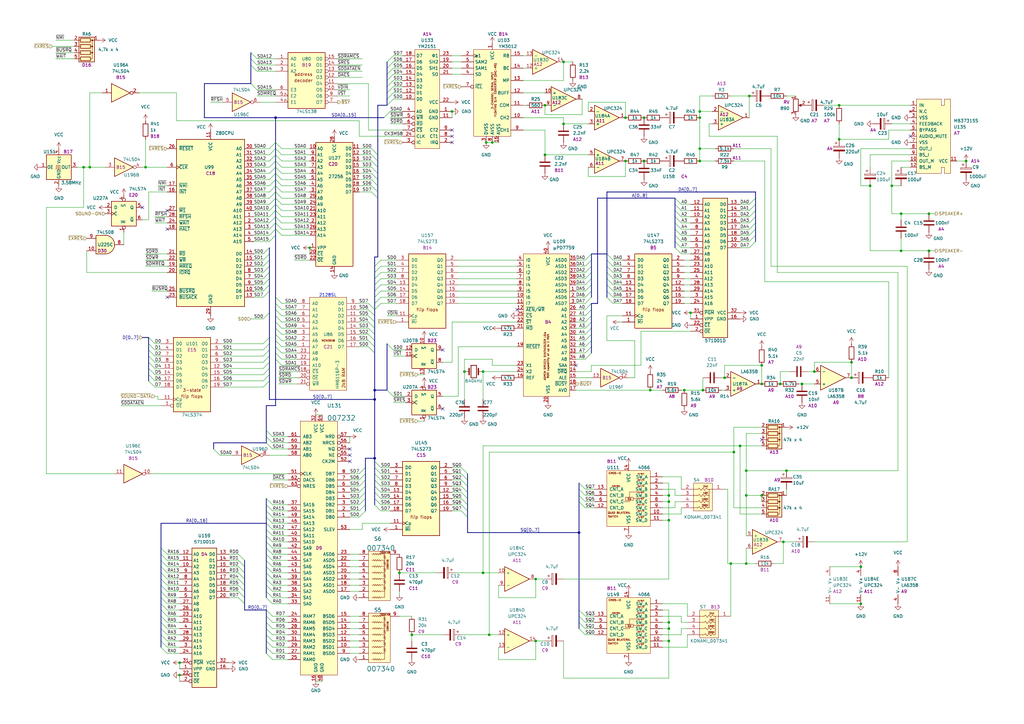
<source format=kicad_sch>
(kicad_sch (version 20231120) (generator "eeschema") (generator_version "8.0")
  (paper "A3")
  (title_block (title "The Final Round") (date "2023-09-11") (company "Konami GX870"))
  (junction (at 353.06 232.41))
  (junction (at 231.14 50.8))
  (junction (at 321.31 222.25))
  (junction (at 381 87.63))
  (junction (at 344.17 43.18))
  (junction (at 113.03 48.26))
  (junction (at 306.07 193.04))
  (junction (at 153.67 163.83))
  (junction (at 287.02 45.72))
  (junction (at 36.83 68.58))
  (junction (at 280.67 160.02))
  (junction (at 73.66 276.86))
  (junction (at 219.71 237.49))
  (junction (at 306.07 231.14))
  (junction (at 274.32 262.89))
  (junction (at 256.54 48.26))
  (junction (at 274.32 255.27))
  (junction (at 288.29 160.02))
  (junction (at 163.83 234.95))
  (junction (at 219.71 262.89))
  (junction (at 274.32 257.81))
  (junction (at 264.16 48.26))
  (junction (at 264.16 66.04))
  (junction (at 127 101.6))
  (junction (at 198.12 234.95))
  (junction (at 320.04 157.48))
  (junction (at 200.66 260.35))
  (junction (at 274.32 213.36))
  (junction (at 300.99 185.42))
  (junction (at 153.67 160.02))
  (junction (at 73.66 271.78))
  (junction (at 59.69 68.58))
  (junction (at 283.21 128.27))
  (junction (at 349.25 154.94))
  (junction (at 396.24 66.04))
  (junction (at 190.5 152.4))
  (junction (at 168.91 260.35))
  (junction (at 306.07 203.2))
  (junction (at 266.7 160.02))
  (junction (at 312.42 203.2))
  (junction (at 185.42 45.72))
  (junction (at 307.34 39.37))
  (junction (at 303.53 182.88))
  (junction (at 328.93 157.48))
  (junction (at 369.57 87.63))
  (junction (at 299.72 231.14))
  (junction (at 353.06 247.65))
  (junction (at 34.29 68.58))
  (junction (at 287.02 66.04))
  (junction (at 223.52 63.5))
  (junction (at 344.17 57.15))
  (junction (at 287.02 60.96))
  (junction (at 312.42 157.48))
  (junction (at 201.93 58.42))
  (junction (at 274.32 203.2))
  (junction (at 369.57 102.87))
  (junction (at 274.32 205.74))
  (junction (at 237.49 218.44))
  (junction (at 349.25 148.59))
  (junction (at 322.58 193.04))
  (junction (at 365.76 76.2))
  (junction (at 381 102.87))
  (junction (at 312.42 149.86))
  (junction (at 256.54 66.04))
  (junction (at 287.02 48.26))
  (junction (at 223.52 43.18))
  (junction (at 334.01 152.4))
  (junction (at 199.39 58.42))
  (junction (at 153.67 187.96))
  (junction (at 356.87 76.2))
  (junction (at 297.18 154.94))
  (junction (at 198.12 152.4))
  (junction (at 231.14 25.4))
  (no_connect (at 181.61 143.51))
  (no_connect (at 185.42 58.42))
  (no_connect (at 68.58 86.36))
  (no_connect (at 143.51 186.69))
  (no_connect (at 373.38 55.88))
  (no_connect (at 181.61 167.64))
  (no_connect (at 58.42 85.09))
  (no_connect (at 143.51 189.23))
  (no_connect (at 68.58 121.92))
  (no_connect (at 185.42 55.88))
  (no_connect (at 143.51 184.15))
  (no_connect (at 236.22 149.86))
  (no_connect (at 185.42 53.34))
  (no_connect (at 212.09 127))
  (no_connect (at 312.42 180.34))
  (no_connect (at 68.58 93.98))
  (bus_entry (at 307.34 93.98) (size 2.54 -2.54))
  (bus_entry (at 110.49 63.5) (size 2.54 -2.54))
  (bus_entry (at 152.4 63.5) (size 2.54 2.54))
  (bus_entry (at 237.49 203.2) (size 2.54 2.54))
  (bus_entry (at 107.95 158.75) (size 2.54 -2.54))
  (bus_entry (at 152.4 60.96) (size 2.54 2.54))
  (bus_entry (at 110.49 88.9) (size 2.54 -2.54))
  (bus_entry (at 240.03 134.62) (size 2.54 -2.54))
  (bus_entry (at 191.77 196.85) (size -2.54 -2.54))
  (bus_entry (at 153.67 124.46) (size 2.54 -2.54))
  (bus_entry (at 66.04 255.27) (size 2.54 2.54))
  (bus_entry (at 109.22 240.03) (size 2.54 2.54))
  (bus_entry (at 240.03 121.92) (size 2.54 -2.54))
  (bus_entry (at 248.92 121.92) (size 2.54 2.54))
  (bus_entry (at 248.92 116.84) (size 2.54 2.54))
  (bus_entry (at 107.95 121.92) (size 2.54 -2.54))
  (bus_entry (at 109.22 224.79) (size 2.54 2.54))
  (bus_entry (at 240.03 106.68) (size 2.54 -2.54))
  (bus_entry (at 109.22 255.27) (size 2.54 2.54))
  (bus_entry (at 102.87 34.29) (size 2.54 2.54))
  (bus_entry (at 191.77 201.93) (size -2.54 -2.54))
  (bus_entry (at 113.03 142.24) (size 2.54 2.54))
  (bus_entry (at 107.95 143.51) (size 2.54 -2.54))
  (bus_entry (at 113.03 63.5) (size 2.54 2.54))
  (bus_entry (at 66.04 229.87) (size 2.54 2.54))
  (bus_entry (at 113.03 71.12) (size 2.54 2.54))
  (bus_entry (at 113.03 132.08) (size 2.54 2.54))
  (bus_entry (at 307.34 83.82) (size 2.54 -2.54))
  (bus_entry (at 240.03 114.3) (size 2.54 -2.54))
  (bus_entry (at 158.75 35.56) (size 2.54 -2.54))
  (bus_entry (at 158.75 40.64) (size 2.54 -2.54))
  (bus_entry (at 109.22 232.41) (size 2.54 2.54))
  (bus_entry (at 158.75 43.18) (size 2.54 -2.54))
  (bus_entry (at 109.22 257.81) (size 2.54 2.54))
  (bus_entry (at 97.79 234.95) (size 2.54 2.54))
  (bus_entry (at 153.67 139.7) (size -2.54 -2.54))
  (bus_entry (at 113.03 127) (size 2.54 2.54))
  (bus_entry (at 152.4 71.12) (size 2.54 2.54))
  (bus_entry (at 158.75 27.94) (size 2.54 -2.54))
  (bus_entry (at 109.22 265.43) (size 2.54 2.54))
  (bus_entry (at 240.03 109.22) (size 2.54 -2.54))
  (bus_entry (at 276.86 96.52) (size 2.54 2.54))
  (bus_entry (at 63.5 151.13) (size -2.54 -2.54))
  (bus_entry (at 240.03 142.24) (size 2.54 -2.54))
  (bus_entry (at 66.04 245.11) (size 2.54 2.54))
  (bus_entry (at 191.77 212.09) (size -2.54 -2.54))
  (bus_entry (at 102.87 24.13) (size 2.54 2.54))
  (bus_entry (at 97.79 240.03) (size 2.54 2.54))
  (bus_entry (at 237.49 257.81) (size 2.54 2.54))
  (bus_entry (at 113.03 134.62) (size 2.54 2.54))
  (bus_entry (at 191.77 194.31) (size -2.54 -2.54))
  (bus_entry (at 97.79 245.11) (size 2.54 2.54))
  (bus_entry (at 237.49 200.66) (size 2.54 2.54))
  (bus_entry (at 191.77 204.47) (size -2.54 -2.54))
  (bus_entry (at 109.22 234.95) (size 2.54 2.54))
  (bus_entry (at 113.03 86.36) (size 2.54 2.54))
  (bus_entry (at 97.79 232.41) (size 2.54 2.54))
  (bus_entry (at 152.4 66.04) (size 2.54 2.54))
  (bus_entry (at 276.86 99.06) (size 2.54 2.54))
  (bus_entry (at 109.22 209.55) (size 2.54 2.54))
  (bus_entry (at 109.22 181.61) (size 2.54 2.54))
  (bus_entry (at 276.86 83.82) (size 2.54 2.54))
  (bus_entry (at 107.95 140.97) (size 2.54 -2.54))
  (bus_entry (at 191.77 199.39) (size -2.54 -2.54))
  (bus_entry (at 149.86 196.85) (size -2.54 2.54))
  (bus_entry (at 276.86 86.36) (size 2.54 2.54))
  (bus_entry (at 237.49 255.27) (size 2.54 2.54))
  (bus_entry (at 276.86 93.98) (size 2.54 2.54))
  (bus_entry (at 109.22 262.89) (size 2.54 2.54))
  (bus_entry (at 109.22 176.53) (size 2.54 2.54))
  (bus_entry (at 109.22 179.07) (size 2.54 2.54))
  (bus_entry (at 110.49 91.44) (size 2.54 -2.54))
  (bus_entry (at 109.22 217.17) (size 2.54 2.54))
  (bus_entry (at 113.03 66.04) (size 2.54 2.54))
  (bus_entry (at 307.34 96.52) (size 2.54 -2.54))
  (bus_entry (at 156.21 196.85) (size -2.54 -2.54))
  (bus_entry (at 109.22 245.11) (size 2.54 2.54))
  (bus_entry (at 110.49 68.58) (size 2.54 -2.54))
  (bus_entry (at 149.86 204.47) (size -2.54 2.54))
  (bus_entry (at 153.67 121.92) (size 2.54 -2.54))
  (bus_entry (at 191.77 207.01) (size -2.54 -2.54))
  (bus_entry (at 153.67 114.3) (size 2.54 -2.54))
  (bus_entry (at 109.22 207.01) (size 2.54 2.54))
  (bus_entry (at 152.4 76.2) (size 2.54 2.54))
  (bus_entry (at 149.86 191.77) (size -2.54 2.54))
  (bus_entry (at 109.22 212.09) (size 2.54 2.54))
  (bus_entry (at 109.22 260.35) (size 2.54 2.54))
  (bus_entry (at 161.29 162.56) (size -2.54 -2.54))
  (bus_entry (at 237.49 250.19) (size 2.54 2.54))
  (bus_entry (at 107.95 109.22) (size 2.54 -2.54))
  (bus_entry (at 191.77 209.55) (size -2.54 -2.54))
  (bus_entry (at 102.87 26.67) (size 2.54 2.54))
  (bus_entry (at 109.22 222.25) (size 2.54 2.54))
  (bus_entry (at 107.95 153.67) (size 2.54 -2.54))
  (bus_entry (at 152.4 68.58) (size 2.54 2.54))
  (bus_entry (at 110.49 66.04) (size 2.54 -2.54))
  (bus_entry (at 153.67 134.62) (size -2.54 -2.54))
  (bus_entry (at 240.03 129.54) (size 2.54 -2.54))
  (bus_entry (at 240.03 147.32) (size 2.54 -2.54))
  (bus_entry (at 248.92 109.22) (size 2.54 2.54))
  (bus_entry (at 63.5 153.67) (size -2.54 -2.54))
  (bus_entry (at 66.04 232.41) (size 2.54 2.54))
  (bus_entry (at 240.03 111.76) (size 2.54 -2.54))
  (bus_entry (at 153.67 127) (size 2.54 -2.54))
  (bus_entry (at 158.75 30.48) (size 2.54 -2.54))
  (bus_entry (at 107.95 119.38) (size 2.54 -2.54))
  (bus_entry (at 113.03 139.7) (size 2.54 2.54))
  (bus_entry (at 113.03 58.42) (size 2.54 2.54))
  (bus_entry (at 153.67 129.54) (size -2.54 -2.54))
  (bus_entry (at 110.49 86.36) (size 2.54 -2.54))
  (bus_entry (at 110.49 76.2) (size 2.54 -2.54))
  (bus_entry (at 307.34 86.36) (size 2.54 -2.54))
  (bus_entry (at 113.03 78.74) (size 2.54 2.54))
  (bus_entry (at 161.29 143.51) (size -2.54 -2.54))
  (bus_entry (at 240.03 132.08) (size 2.54 -2.54))
  (bus_entry (at 307.34 91.44) (size 2.54 -2.54))
  (bus_entry (at 110.49 96.52) (size 2.54 -2.54))
  (bus_entry (at 113.03 124.46) (size 2.54 2.54))
  (bus_entry (at 157.48 48.26) (size 2.54 -2.54))
  (bus_entry (at 109.22 204.47) (size 2.54 2.54))
  (bus_entry (at 63.5 158.75) (size -2.54 -2.54))
  (bus_entry (at 102.87 21.59) (size 2.54 2.54))
  (bus_entry (at 113.03 88.9) (size 2.54 2.54))
  (bus_entry (at 110.49 83.82) (size 2.54 -2.54))
  (bus_entry (at 107.95 106.68) (size 2.54 -2.54))
  (bus_entry (at 149.86 201.93) (size -2.54 2.54))
  (bus_entry (at 107.95 104.14) (size 2.54 -2.54))
  (bus_entry (at 113.03 93.98) (size 2.54 2.54))
  (bus_entry (at 156.21 209.55) (size -2.54 -2.54))
  (bus_entry (at 152.4 73.66) (size 2.54 2.54))
  (bus_entry (at 66.04 242.57) (size 2.54 2.54))
  (bus_entry (at 153.67 111.76) (size 2.54 -2.54))
  (bus_entry (at 109.22 242.57) (size 2.54 2.54))
  (bus_entry (at 276.86 81.28) (size 2.54 2.54))
  (bus_entry (at 113.03 121.92) (size 2.54 2.54))
  (bus_entry (at 158.75 38.1) (size 2.54 -2.54))
  (bus_entry (at 107.95 114.3) (size 2.54 -2.54))
  (bus_entry (at 153.67 144.78) (size -2.54 -2.54))
  (bus_entry (at 153.67 137.16) (size -2.54 -2.54))
  (bus_entry (at 63.5 146.05) (size -2.54 -2.54))
  (bus_entry (at 113.03 147.32) (size 2.54 2.54))
  (bus_entry (at 153.67 142.24) (size -2.54 -2.54))
  (bus_entry (at 153.67 116.84) (size 2.54 -2.54))
  (bus_entry (at 63.5 148.59) (size -2.54 -2.54))
  (bus_entry (at 248.92 104.14) (size 2.54 2.54))
  (bus_entry (at 63.5 156.21) (size -2.54 -2.54))
  (bus_entry (at 66.04 240.03) (size 2.54 2.54))
  (bus_entry (at 66.04 234.95) (size 2.54 2.54))
  (bus_entry (at 107.95 130.81) (size 2.54 -2.54))
  (bus_entry (at 276.86 101.6) (size 2.54 2.54))
  (bus_entry (at 113.03 137.16) (size 2.54 2.54))
  (bus_entry (at 149.86 209.55) (size -2.54 2.54))
  (bus_entry (at 113.03 76.2) (size 2.54 2.54))
  (bus_entry (at 113.03 91.44) (size 2.54 2.54))
  (bus_entry (at 240.03 139.7) (size 2.54 -2.54))
  (bus_entry (at 107.95 116.84) (size 2.54 -2.54))
  (bus_entry (at 240.03 119.38) (size 2.54 -2.54))
  (bus_entry (at 109.22 237.49) (size 2.54 2.54))
  (bus_entry (at 97.79 229.87) (size 2.54 2.54))
  (bus_entry (at 87.63 184.15) (size 2.54 2.54))
  (bus_entry (at 66.04 262.89) (size 2.54 2.54))
  (bus_entry (at 240.03 137.16) (size 2.54 -2.54))
  (bus_entry (at 113.03 81.28) (size 2.54 2.54))
  (bus_entry (at 109.22 250.19) (size 2.54 2.54))
  (bus_entry (at 113.03 129.54) (size 2.54 2.54))
  (bus_entry (at 276.86 91.44) (size 2.54 2.54))
  (bus_entry (at 107.95 148.59) (size 2.54 -2.54))
  (bus_entry (at 237.49 198.12) (size 2.54 2.54))
  (bus_entry (at 156.21 204.47) (size -2.54 -2.54))
  (bus_entry (at 97.79 237.49) (size 2.54 2.54))
  (bus_entry (at 156.21 191.77) (size -2.54 -2.54))
  (bus_entry (at 237.49 252.73) (size 2.54 2.54))
  (bus_entry (at 66.04 257.81) (size 2.54 2.54))
  (bus_entry (at 307.34 99.06) (size 2.54 -2.54))
  (bus_entry (at 97.79 227.33) (size 2.54 2.54))
  (bus_entry (at 156.21 194.31) (size -2.54 -2.54))
  (bus_entry (at 248.92 111.76) (size 2.54 2.54))
  (bus_entry (at 248.92 106.68) (size 2.54 2.54))
  (bus_entry (at 113.03 83.82) (size 2.54 2.54))
  (bus_entry (at 110.49 71.12) (size 2.54 -2.54))
  (bus_entry (at 66.04 227.33) (size 2.54 2.54))
  (bus_entry (at 240.03 116.84) (size 2.54 -2.54))
  (bus_entry (at 63.5 140.97) (size -2.54 -2.54))
  (bus_entry (at 97.79 242.57) (size 2.54 2.54))
  (bus_entry (at 307.34 88.9) (size 2.54 -2.54))
  (bus_entry (at 110.49 99.06) (size 2.54 -2.54))
  (bus_entry (at 66.04 252.73) (size 2.54 2.54))
  (bus_entry (at 153.67 119.38) (size 2.54 -2.54))
  (bus_entry (at 276.86 88.9) (size 2.54 2.54))
  (bus_entry (at 109.22 219.71) (size 2.54 2.54))
  (bus_entry (at 149.86 194.31) (size -2.54 2.54))
  (bus_entry (at 240.03 124.46) (size 2.54 -2.54))
  (bus_entry (at 110.49 93.98) (size 2.54 -2.54))
  (bus_entry (at 152.4 78.74) (size 2.54 2.54))
  (bus_entry (at 156.21 207.01) (size -2.54 -2.54))
  (bus_entry (at 248.92 114.3) (size 2.54 2.54))
  (bus_entry (at 110.49 60.96) (size 2.54 -2.54))
  (bus_entry (at 113.03 68.58) (size 2.54 2.54))
  (bus_entry (at 66.04 224.79) (size 2.54 2.54))
  (bus_entry (at 66.04 247.65) (size 2.54 2.54))
  (bus_entry (at 149.86 199.39) (size -2.54 2.54))
  (bus_entry (at 109.22 252.73) (size 2.54 2.54))
  (bus_entry (at 110.49 81.28) (size 2.54 -2.54))
  (bus_entry (at 109.22 267.97) (size 2.54 2.54))
  (bus_entry (at 240.03 127) (size 2.54 -2.54))
  (bus_entry (at 153.67 127) (size -2.54 -2.54))
  (bus_entry (at 110.49 78.74) (size 2.54 -2.54))
  (bus_entry (at 149.86 207.01) (size -2.54 2.54))
  (bus_entry (at 107.95 111.76) (size 2.54 -2.54))
  (bus_entry (at 156.21 199.39) (size -2.54 -2.54))
  (bus_entry (at 156.21 201.93) (size -2.54 -2.54))
  (bus_entry (at 113.03 60.96) (size 2.54 2.54))
  (bus_entry (at 66.04 250.19) (size 2.54 2.54))
  (bus_entry (at 63.5 143.51) (size -2.54 -2.54))
  (bus_entry (at 107.95 151.13) (size 2.54 -2.54))
  (bus_entry (at 153.67 132.08) (size -2.54 -2.54))
  (bus_entry (at 307.34 101.6) (size 2.54 -2.54))
  (bus_entry (at 240.03 144.78) (size 2.54 -2.54))
  (bus_entry (at 66.04 260.35) (size 2.54 2.54))
  (bus_entry (at 66.04 265.43) (size 2.54 2.54))
  (bus_entry (at 66.04 237.49) (size 2.54 2.54))
  (bus_entry (at 109.22 214.63) (size 2.54 2.54))
  (bus_entry (at 237.49 205.74) (size 2.54 2.54))
  (bus_entry (at 107.95 156.21) (size 2.54 -2.54))
  (bus_entry (at 248.92 119.38) (size 2.54 2.54))
  (bus_entry (at 158.75 33.02) (size 2.54 -2.54))
  (bus_entry (at 110.49 73.66) (size 2.54 -2.54))
  (bus_entry (at 113.03 73.66) (size 2.54 2.54))
  (bus_entry (at 158.75 25.4) (size 2.54 -2.54))
  (bus_entry (at 153.67 109.22) (size 2.54 -2.54))
  (bus_entry (at 109.22 229.87) (size 2.54 2.54))
  (bus_entry (at 113.03 144.78) (size 2.54 2.54))
  (bus_entry (at 107.95 146.05) (size 2.54 -2.54))
  (bus_entry (at 109.22 227.33) (size 2.54 2.54))
  (wire (pts (xy 163.83 242.57) (xy 163.83 243.84)))
  (wire (pts (xy 143.51 265.43) (xy 147.32 265.43)))
  (bus (pts (xy 154.94 78.74) (xy 154.94 81.28)))
  (wire (pts (xy 143.51 207.01) (xy 147.32 207.01)))
  (bus (pts (xy 153.67 129.54) (xy 153.67 132.08)))
  (wire (pts (xy 72.39 38.1) (xy 72.39 49.53)))
  (wire (pts (xy 138.43 36.83) (xy 143.51 36.83)))
  (wire (pts (xy 64.77 162.56) (xy 64.77 163.83)))
  (wire (pts (xy 115.57 137.16) (xy 121.92 137.16)))
  (bus (pts (xy 153.67 114.3) (xy 153.67 116.84)))
  (bus (pts (xy 110.49 104.14) (xy 110.49 106.68)))
  (bus (pts (xy 109.22 209.55) (xy 109.22 212.09)))
  (wire (pts (xy 138.43 26.67) (xy 148.59 26.67)))
  (bus (pts (xy 149.86 191.77) (xy 149.86 187.96)))
  (bus (pts (xy 66.04 260.35) (xy 66.04 257.81)))
  (wire (pts (xy 214.63 27.94) (xy 215.9 27.94)))
  (wire (pts (xy 279.4 88.9) (xy 283.21 88.9)))
  (wire (pts (xy 190.5 152.4) (xy 190.5 163.83)))
  (wire (pts (xy 279.4 203.2) (xy 276.86 203.2)))
  (wire (pts (xy 143.51 229.87) (xy 147.32 229.87)))
  (wire (pts (xy 63.5 156.21) (xy 66.04 156.21)))
  (wire (pts (xy 104.14 81.28) (xy 110.49 81.28)))
  (wire (pts (xy 161.29 146.05) (xy 166.37 146.05)))
  (bus (pts (xy 110.49 156.21) (xy 110.49 163.83)))
  (bus (pts (xy 110.49 128.27) (xy 110.49 138.43)))
  (bus (pts (xy 276.86 86.36) (xy 276.86 88.9)))
  (bus (pts (xy 100.33 229.87) (xy 100.33 232.41)))
  (wire (pts (xy 60.96 78.74) (xy 68.58 78.74)))
  (bus (pts (xy 154.94 81.28) (xy 154.94 105.41)))
  (wire (pts (xy 303.53 101.6) (xy 307.34 101.6)))
  (wire (pts (xy 111.76 247.65) (xy 118.11 247.65)))
  (wire (pts (xy 248.92 129.54) (xy 255.27 129.54)))
  (bus (pts (xy 109.22 219.71) (xy 109.22 222.25)))
  (bus (pts (xy 66.04 224.79) (xy 66.04 214.63)))
  (bus (pts (xy 110.49 138.43) (xy 110.49 140.97)))
  (wire (pts (xy 111.76 227.33) (xy 118.11 227.33)))
  (bus (pts (xy 102.87 24.13) (xy 102.87 26.67)))
  (wire (pts (xy 219.71 237.49) (xy 223.52 237.49)))
  (wire (pts (xy 274.32 198.12) (xy 274.32 203.2)))
  (wire (pts (xy 262.89 149.86) (xy 262.89 135.89)))
  (wire (pts (xy 161.29 33.02) (xy 165.1 33.02)))
  (wire (pts (xy 306.07 203.2) (xy 306.07 219.71)))
  (wire (pts (xy 372.11 109.22) (xy 316.23 109.22)))
  (wire (pts (xy 161.29 27.94) (xy 165.1 27.94)))
  (wire (pts (xy 274.32 278.13) (xy 231.14 278.13)))
  (bus (pts (xy 276.86 99.06) (xy 276.86 101.6)))
  (wire (pts (xy 295.91 160.02) (xy 297.18 160.02)))
  (wire (pts (xy 115.57 71.12) (xy 127 71.12)))
  (bus (pts (xy 109.22 265.43) (xy 109.22 267.97)))
  (wire (pts (xy 68.58 265.43) (xy 73.66 265.43)))
  (bus (pts (xy 66.04 247.65) (xy 66.04 245.11)))
  (wire (pts (xy 303.53 96.52) (xy 307.34 96.52)))
  (wire (pts (xy 147.32 55.88) (xy 165.1 55.88)))
  (wire (pts (xy 105.41 24.13) (xy 113.03 24.13)))
  (wire (pts (xy 111.76 179.07) (xy 118.11 179.07)))
  (wire (pts (xy 63.5 158.75) (xy 66.04 158.75)))
  (wire (pts (xy 114.3 154.94) (xy 121.92 154.94)))
  (wire (pts (xy 240.03 252.73) (xy 243.84 252.73)))
  (wire (pts (xy 59.69 68.58) (xy 68.58 68.58)))
  (wire (pts (xy 161.29 35.56) (xy 165.1 35.56)))
  (wire (pts (xy 231.14 50.8) (xy 241.3 50.8)))
  (wire (pts (xy 279.4 93.98) (xy 283.21 93.98)))
  (wire (pts (xy 63.5 162.56) (xy 64.77 162.56)))
  (bus (pts (xy 237.49 250.19) (xy 237.49 252.73)))
  (bus (pts (xy 153.67 204.47) (xy 153.67 207.01)))
  (wire (pts (xy 287.02 45.72) (xy 287.02 48.26)))
  (wire (pts (xy 353.06 60.96) (xy 353.06 76.2)))
  (wire (pts (xy 115.57 96.52) (xy 127 96.52)))
  (bus (pts (xy 113.03 76.2) (xy 113.03 78.74)))
  (wire (pts (xy 271.78 260.35) (xy 279.4 260.35)))
  (wire (pts (xy 111.76 262.89) (xy 118.11 262.89)))
  (wire (pts (xy 147.32 71.12) (xy 152.4 71.12)))
  (bus (pts (xy 66.04 252.73) (xy 66.04 250.19)))
  (wire (pts (xy 181.61 148.59) (xy 185.42 148.59)))
  (wire (pts (xy 143.51 240.03) (xy 147.32 240.03)))
  (wire (pts (xy 236.22 106.68) (xy 240.03 106.68)))
  (wire (pts (xy 115.57 88.9) (xy 127 88.9)))
  (wire (pts (xy 161.29 22.86) (xy 165.1 22.86)))
  (bus (pts (xy 113.03 93.98) (xy 113.03 96.52)))
  (bus (pts (xy 237.49 252.73) (xy 237.49 255.27)))
  (bus (pts (xy 242.57 114.3) (xy 242.57 111.76)))
  (bus (pts (xy 60.96 138.43) (xy 60.96 140.97)))
  (wire (pts (xy 111.76 232.41) (xy 118.11 232.41)))
  (wire (pts (xy 251.46 106.68) (xy 255.27 106.68)))
  (wire (pts (xy 185.42 45.72) (xy 185.42 48.26)))
  (bus (pts (xy 242.57 104.14) (xy 248.92 104.14)))
  (bus (pts (xy 110.49 151.13) (xy 110.49 153.67)))
  (wire (pts (xy 163.83 234.95) (xy 179.07 234.95)))
  (bus (pts (xy 109.22 252.73) (xy 109.22 250.19)))
  (bus (pts (xy 153.67 119.38) (xy 153.67 121.92)))
  (bus (pts (xy 109.22 227.33) (xy 109.22 229.87)))
  (bus (pts (xy 154.94 66.04) (xy 154.94 68.58)))
  (wire (pts (xy 306.07 203.2) (xy 312.42 203.2)))
  (wire (pts (xy 171.45 172.72) (xy 173.99 172.72)))
  (wire (pts (xy 283.21 128.27) (xy 283.21 130.81)))
  (bus (pts (xy 66.04 265.43) (xy 66.04 262.89)))
  (bus (pts (xy 110.49 153.67) (xy 110.49 156.21)))
  (bus (pts (xy 113.03 86.36) (xy 113.03 88.9)))
  (bus (pts (xy 242.57 127) (xy 242.57 124.46)))
  (wire (pts (xy 115.57 81.28) (xy 127 81.28)))
  (wire (pts (xy 364.49 53.34) (xy 373.38 53.34)))
  (bus (pts (xy 113.03 73.66) (xy 113.03 76.2)))
  (wire (pts (xy 21.59 19.05) (xy 30.48 19.05)))
  (wire (pts (xy 279.4 252.73) (xy 279.4 255.27)))
  (bus (pts (xy 149.86 196.85) (xy 149.86 194.31)))
  (wire (pts (xy 214.63 48.26) (xy 231.14 48.26)))
  (bus (pts (xy 242.57 119.38) (xy 242.57 116.84)))
  (wire (pts (xy 143.51 201.93) (xy 147.32 201.93)))
  (wire (pts (xy 240.03 255.27) (xy 243.84 255.27)))
  (wire (pts (xy 106.68 41.91) (xy 113.03 41.91)))
  (wire (pts (xy 111.76 267.97) (xy 118.11 267.97)))
  (wire (pts (xy 111.76 209.55) (xy 118.11 209.55)))
  (wire (pts (xy 287.02 60.96) (xy 293.37 60.96)))
  (wire (pts (xy 274.32 203.2) (xy 274.32 205.74)))
  (bus (pts (xy 60.96 143.51) (xy 60.96 146.05)))
  (wire (pts (xy 156.21 196.85) (xy 160.02 196.85)))
  (bus (pts (xy 66.04 242.57) (xy 66.04 240.03)))
  (bus (pts (xy 113.03 60.96) (xy 113.03 63.5)))
  (bus (pts (xy 153.67 134.62) (xy 153.67 137.16)))
  (bus (pts (xy 83.82 48.26) (xy 113.03 48.26)))
  (wire (pts (xy 161.29 40.64) (xy 165.1 40.64)))
  (wire (pts (xy 187.96 162.56) (xy 181.61 162.56)))
  (wire (pts (xy 306.07 193.04) (xy 306.07 203.2)))
  (wire (pts (xy 187.96 124.46) (xy 212.09 124.46)))
  (bus (pts (xy 102.87 21.59) (xy 102.87 24.13)))
  (wire (pts (xy 312.42 182.88) (xy 303.53 182.88)))
  (bus (pts (xy 113.03 78.74) (xy 113.03 81.28)))
  (bus (pts (xy 153.67 191.77) (xy 153.67 194.31)))
  (wire (pts (xy 364.49 57.15) (xy 364.49 53.34)))
  (wire (pts (xy 236.22 132.08) (xy 240.03 132.08)))
  (wire (pts (xy 156.21 191.77) (xy 160.02 191.77)))
  (wire (pts (xy 34.29 85.09) (xy 19.05 85.09)))
  (wire (pts (xy 147.32 76.2) (xy 152.4 76.2)))
  (bus (pts (xy 191.77 201.93) (xy 191.77 204.47)))
  (bus (pts (xy 242.57 116.84) (xy 242.57 114.3)))
  (wire (pts (xy 104.14 88.9) (xy 110.49 88.9)))
  (wire (pts (xy 59.69 68.58) (xy 58.42 68.58)))
  (wire (pts (xy 276.86 200.66) (xy 271.78 200.66)))
  (wire (pts (xy 111.76 257.81) (xy 118.11 257.81)))
  (bus (pts (xy 154.94 105.41) (xy 153.67 105.41)))
  (wire (pts (xy 91.44 148.59) (xy 107.95 148.59)))
  (bus (pts (xy 109.22 242.57) (xy 109.22 245.11)))
  (wire (pts (xy 143.51 237.49) (xy 147.32 237.49)))
  (wire (pts (xy 93.98 229.87) (xy 97.79 229.87)))
  (wire (pts (xy 147.32 137.16) (xy 151.13 137.16)))
  (wire (pts (xy 111.76 219.71) (xy 118.11 219.71)))
  (wire (pts (xy 104.14 68.58) (xy 110.49 68.58)))
  (wire (pts (xy 185.42 191.77) (xy 189.23 191.77)))
  (bus (pts (xy 100.33 234.95) (xy 100.33 237.49)))
  (wire (pts (xy 143.51 194.31) (xy 147.32 194.31)))
  (wire (pts (xy 104.14 96.52) (xy 110.49 96.52)))
  (bus (pts (xy 237.49 205.74) (xy 237.49 218.44)))
  (wire (pts (xy 115.57 129.54) (xy 121.92 129.54)))
  (wire (pts (xy 266.7 160.02) (xy 271.78 160.02)))
  (bus (pts (xy 100.33 247.65) (xy 100.33 250.19)))
  (wire (pts (xy 287.02 66.04) (xy 293.37 66.04)))
  (bus (pts (xy 113.03 139.7) (xy 113.03 142.24)))
  (wire (pts (xy 115.57 147.32) (xy 121.92 147.32)))
  (wire (pts (xy 143.51 232.41) (xy 147.32 232.41)))
  (wire (pts (xy 262.89 135.89) (xy 283.21 135.89)))
  (wire (pts (xy 185.42 204.47) (xy 189.23 204.47)))
  (wire (pts (xy 156.21 209.55) (xy 160.02 209.55)))
  (wire (pts (xy 236.22 109.22) (xy 240.03 109.22)))
  (wire (pts (xy 187.96 106.68) (xy 212.09 106.68)))
  (wire (pts (xy 147.32 49.53) (xy 147.32 55.88)))
  (wire (pts (xy 236.22 114.3) (xy 240.03 114.3)))
  (wire (pts (xy 279.4 104.14) (xy 283.21 104.14)))
  (bus (pts (xy 109.22 255.27) (xy 109.22 252.73)))
  (wire (pts (xy 68.58 252.73) (xy 73.66 252.73)))
  (wire (pts (xy 104.14 73.66) (xy 110.49 73.66)))
  (wire (pts (xy 365.76 87.63) (xy 369.57 87.63)))
  (bus (pts (xy 110.49 146.05) (xy 110.49 148.59)))
  (wire (pts (xy 198.12 182.88) (xy 303.53 182.88)))
  (wire (pts (xy 104.14 116.84) (xy 107.95 116.84)))
  (bus (pts (xy 276.86 91.44) (xy 276.86 93.98)))
  (bus (pts (xy 66.04 257.81) (xy 66.04 255.27)))
  (wire (pts (xy 147.32 78.74) (xy 152.4 78.74)))
  (wire (pts (xy 68.58 262.89) (xy 73.66 262.89)))
  (wire (pts (xy 156.21 114.3) (xy 162.56 114.3)))
  (bus (pts (xy 248.92 116.84) (xy 248.92 119.38)))
  (wire (pts (xy 316.23 109.22) (xy 316.23 60.96)))
  (wire (pts (xy 328.93 157.48) (xy 327.66 157.48)))
  (bus (pts (xy 113.03 147.32) (xy 113.03 166.37)))
  (bus (pts (xy 153.67 132.08) (xy 153.67 134.62)))
  (wire (pts (xy 372.11 109.22) (xy 372.11 222.25)))
  (bus (pts (xy 109.22 207.01) (xy 109.22 209.55)))
  (bus (pts (xy 110.49 119.38) (xy 110.49 128.27)))
  (wire (pts (xy 91.44 156.21) (xy 107.95 156.21)))
  (wire (pts (xy 251.46 119.38) (xy 255.27 119.38)))
  (bus (pts (xy 158.75 33.02) (xy 158.75 35.56)))
  (wire (pts (xy 168.91 260.35) (xy 181.61 260.35)))
  (wire (pts (xy 189.23 260.35) (xy 200.66 260.35)))
  (bus (pts (xy 113.03 124.46) (xy 113.03 127)))
  (bus (pts (xy 242.57 139.7) (xy 242.57 137.16)))
  (bus (pts (xy 109.22 232.41) (xy 109.22 234.95)))
  (wire (pts (xy 22.86 21.59) (xy 30.48 21.59)))
  (wire (pts (xy 147.32 49.53) (xy 72.39 49.53)))
  (wire (pts (xy 340.36 232.41) (xy 353.06 232.41)))
  (wire (pts (xy 104.14 83.82) (xy 110.49 83.82)))
  (wire (pts (xy 185.42 30.48) (xy 189.23 30.48)))
  (bus (pts (xy 87.63 181.61) (xy 109.22 181.61)))
  (bus (pts (xy 110.49 101.6) (xy 110.49 104.14)))
  (wire (pts (xy 161.29 143.51) (xy 166.37 143.51)))
  (bus (pts (xy 110.49 106.68) (xy 110.49 109.22)))
  (wire (pts (xy 312.42 149.86) (xy 297.18 149.86)))
  (wire (pts (xy 276.86 203.2) (xy 276.86 200.66)))
  (wire (pts (xy 344.17 57.15) (xy 364.49 57.15)))
  (wire (pts (xy 185.42 27.94) (xy 189.23 27.94)))
  (wire (pts (xy 64.77 163.83) (xy 66.04 163.83)))
  (wire (pts (xy 298.45 200.66) (xy 298.45 231.14)))
  (bus (pts (xy 245.11 124.46) (xy 245.11 81.28)))
  (bus (pts (xy 242.57 106.68) (xy 242.57 104.14)))
  (wire (pts (xy 93.98 240.03) (xy 97.79 240.03)))
  (wire (pts (xy 279.4 101.6) (xy 283.21 101.6)))
  (wire (pts (xy 251.46 121.92) (xy 255.27 121.92)))
  (wire (pts (xy 287.02 45.72) (xy 292.1 45.72)))
  (bus (pts (xy 309.88 91.44) (xy 309.88 88.9)))
  (bus (pts (xy 309.88 81.28) (xy 309.88 78.74)))
  (wire (pts (xy 147.32 127) (xy 151.13 127)))
  (wire (pts (xy 111.76 229.87) (xy 118.11 229.87)))
  (wire (pts (xy 236.22 137.16) (xy 240.03 137.16)))
  (wire (pts (xy 68.58 257.81) (xy 73.66 257.81)))
  (wire (pts (xy 236.22 134.62) (xy 240.03 134.62)))
  (wire (pts (xy 111.76 207.01) (xy 118.11 207.01)))
  (wire (pts (xy 111.76 217.17) (xy 118.11 217.17)))
  (wire (pts (xy 63.5 143.51) (xy 66.04 143.51)))
  (bus (pts (xy 276.86 96.52) (xy 276.86 99.06)))
  (wire (pts (xy 274.32 205.74) (xy 274.32 213.36)))
  (wire (pts (xy 271.78 262.89) (xy 274.32 262.89)))
  (wire (pts (xy 147.32 129.54) (xy 151.13 129.54)))
  (wire (pts (xy 143.51 255.27) (xy 147.32 255.27)))
  (wire (pts (xy 251.46 114.3) (xy 255.27 114.3)))
  (bus (pts (xy 153.67 187.96) (xy 153.67 163.83)))
  (wire (pts (xy 299.72 231.14) (xy 299.72 252.73)))
  (bus (pts (xy 158.75 27.94) (xy 158.75 30.48)))
  (wire (pts (xy 111.76 196.85) (xy 118.11 196.85)))
  (wire (pts (xy 68.58 242.57) (xy 73.66 242.57)))
  (wire (pts (xy 271.78 210.82) (xy 279.4 210.82)))
  (bus (pts (xy 100.33 245.11) (xy 100.33 247.65)))
  (wire (pts (xy 280.67 109.22) (xy 283.21 109.22)))
  (wire (pts (xy 111.76 214.63) (xy 118.11 214.63)))
  (wire (pts (xy 295.91 154.94) (xy 297.18 154.94)))
  (wire (pts (xy 279.4 86.36) (xy 283.21 86.36)))
  (wire (pts (xy 381 87.63) (xy 383.54 87.63)))
  (wire (pts (xy 111.76 245.11) (xy 118.11 245.11)))
  (wire (pts (xy 274.32 255.27) (xy 274.32 257.81)))
  (wire (pts (xy 91.44 140.97) (xy 107.95 140.97)))
  (bus (pts (xy 153.67 137.16) (xy 153.67 139.7)))
  (wire (pts (xy 143.51 234.95) (xy 147.32 234.95)))
  (wire (pts (xy 281.94 265.43) (xy 281.94 260.35)))
  (wire (pts (xy 156.21 199.39) (xy 160.02 199.39)))
  (bus (pts (xy 242.57 144.78) (xy 242.57 142.24)))
  (bus (pts (xy 248.92 119.38) (xy 248.92 121.92)))
  (wire (pts (xy 276.86 205.74) (xy 279.4 205.74)))
  (wire (pts (xy 115.57 149.86) (xy 121.92 149.86)))
  (wire (pts (xy 138.43 31.75) (xy 148.59 31.75)))
  (wire (pts (xy 200.66 260.35) (xy 204.47 260.35)))
  (bus (pts (xy 153.67 127) (xy 153.67 129.54)))
  (wire (pts (xy 111.76 265.43) (xy 118.11 265.43)))
  (wire (pts (xy 236.22 124.46) (xy 240.03 124.46)))
  (bus (pts (xy 158.75 35.56) (xy 158.75 38.1)))
  (bus (pts (xy 191.77 209.55) (xy 191.77 212.09)))
  (bus (pts (xy 66.04 229.87) (xy 66.04 227.33)))
  (wire (pts (xy 219.71 270.51) (xy 219.71 262.89)))
  (wire (pts (xy 161.29 30.48) (xy 165.1 30.48)))
  (bus (pts (xy 100.33 232.41) (xy 100.33 234.95)))
  (bus (pts (xy 309.88 96.52) (xy 309.88 93.98)))
  (wire (pts (xy 369.57 87.63) (xy 381 87.63)))
  (wire (pts (xy 49.53 166.37) (xy 66.04 166.37)))
  (wire (pts (xy 115.57 66.04) (xy 127 66.04)))
  (wire (pts (xy 115.57 73.66) (xy 127 73.66)))
  (wire (pts (xy 271.78 247.65) (xy 281.94 247.65)))
  (bus (pts (xy 58.42 138.43) (xy 60.96 138.43)))
  (wire (pts (xy 160.02 48.26) (xy 165.1 48.26)))
  (bus (pts (xy 153.67 105.41) (xy 153.67 109.22)))
  (wire (pts (xy 349.25 148.59) (xy 334.01 148.59)))
  (wire (pts (xy 334.01 222.25) (xy 372.11 222.25)))
  (wire (pts (xy 104.14 93.98) (xy 110.49 93.98)))
  (wire (pts (xy 105.41 26.67) (xy 113.03 26.67)))
  (wire (pts (xy 204.47 270.51) (xy 219.71 270.51)))
  (wire (pts (xy 143.51 204.47) (xy 147.32 204.47)))
  (wire (pts (xy 298.45 231.14) (xy 299.72 231.14)))
  (wire (pts (xy 57.15 38.1) (xy 72.39 38.1)))
  (bus (pts (xy 153.67 144.78) (xy 153.67 160.02)))
  (bus (pts (xy 242.57 129.54) (xy 242.57 127)))
  (wire (pts (xy 280.67 119.38) (xy 283.21 119.38)))
  (wire (pts (xy 156.21 121.92) (xy 162.56 121.92)))
  (wire (pts (xy 34.29 68.58) (xy 36.83 68.58)))
  (wire (pts (xy 156.21 207.01) (xy 160.02 207.01)))
  (wire (pts (xy 365.76 76.2) (xy 369.57 76.2)))
  (wire (pts (xy 312.42 177.8) (xy 306.07 177.8)))
  (bus (pts (xy 248.92 111.76) (xy 248.92 114.3)))
  (wire (pts (xy 185.42 207.01) (xy 189.23 207.01)))
  (wire (pts (xy 297.18 149.86) (xy 297.18 154.94)))
  (bus (pts (xy 66.04 262.89) (xy 66.04 260.35)))
  (wire (pts (xy 91.44 158.75) (xy 107.95 158.75)))
  (bus (pts (xy 87.63 184.15) (xy 87.63 181.61)))
  (wire (pts (xy 201.93 147.32) (xy 201.93 149.86)))
  (wire (pts (xy 104.14 119.38) (xy 107.95 119.38)))
  (wire (pts (xy 34.29 68.58) (xy 34.29 85.09)))
  (wire (pts (xy 279.4 99.06) (xy 283.21 99.06)))
  (bus (pts (xy 153.67 196.85) (xy 153.67 199.39)))
  (wire (pts (xy 93.98 245.11) (xy 97.79 245.11)))
  (wire (pts (xy 68.58 255.27) (xy 73.66 255.27)))
  (wire (pts (xy 280.67 160.02) (xy 288.29 160.02)))
  (wire (pts (xy 160.02 45.72) (xy 165.1 45.72)))
  (bus (pts (xy 109.22 181.61) (xy 109.22 179.07)))
  (wire (pts (xy 271.78 255.27) (xy 274.32 255.27)))
  (wire (pts (xy 185.42 194.31) (xy 189.23 194.31)))
  (bus (pts (xy 113.03 66.04) (xy 113.03 68.58)))
  (bus (pts (xy 109.22 212.09) (xy 109.22 214.63)))
  (wire (pts (xy 356.87 63.5) (xy 373.38 63.5)))
  (wire (pts (xy 323.85 152.4) (xy 320.04 152.4)))
  (wire (pts (xy 300.99 185.42) (xy 300.99 208.28)))
  (wire (pts (xy 331.47 152.4) (xy 334.01 152.4)))
  (wire (pts (xy 160.02 50.8) (xy 165.1 50.8)))
  (wire (pts (xy 279.4 96.52) (xy 283.21 96.52)))
  (bus (pts (xy 242.57 132.08) (xy 242.57 129.54)))
  (wire (pts (xy 115.57 91.44) (xy 127 91.44)))
  (wire (pts (xy 344.17 43.18) (xy 373.38 43.18)))
  (wire (pts (xy 236.22 139.7) (xy 240.03 139.7)))
  (wire (pts (xy 364.49 115.57) (xy 364.49 154.94)))
  (wire (pts (xy 214.63 22.86) (xy 215.9 22.86)))
  (wire (pts (xy 143.51 209.55) (xy 147.32 209.55)))
  (wire (pts (xy 236.22 121.92) (xy 240.03 121.92)))
  (wire (pts (xy 260.35 139.7) (xy 248.92 139.7)))
  (wire (pts (xy 104.14 60.96) (xy 110.49 60.96)))
  (wire (pts (xy 190.5 147.32) (xy 201.93 147.32)))
  (wire (pts (xy 156.21 201.93) (xy 160.02 201.93)))
  (wire (pts (xy 156.21 124.46) (xy 162.56 124.46)))
  (wire (pts (xy 143.51 199.39) (xy 147.32 199.39)))
  (bus (pts (xy 153.67 160.02) (xy 158.75 160.02)))
  (wire (pts (xy 383.54 102.87) (xy 381 102.87)))
  (bus (pts (xy 309.88 93.98) (xy 309.88 91.44)))
  (bus (pts (xy 191.77 204.47) (xy 191.77 207.01)))
  (wire (pts (xy 204.47 240.03) (xy 204.47 245.11)))
  (wire (pts (xy 281.94 247.65) (xy 281.94 252.73)))
  (wire (pts (xy 280.67 106.68) (xy 283.21 106.68)))
  (wire (pts (xy 236.22 154.94) (xy 242.57 154.94)))
  (wire (pts (xy 287.02 45.72) (xy 287.02 39.37)))
  (wire (pts (xy 236.22 160.02) (xy 266.7 160.02)))
  (wire (pts (xy 161.29 162.56) (xy 166.37 162.56)))
  (bus (pts (xy 248.92 78.74) (xy 248.92 104.14)))
  (wire (pts (xy 373.38 66.04) (xy 365.76 66.04)))
  (wire (pts (xy 271.78 203.2) (xy 274.32 203.2)))
  (bus (pts (xy 83.82 34.29) (xy 83.82 48.26)))
  (bus (pts (xy 110.49 111.76) (xy 110.49 114.3)))
  (wire (pts (xy 156.21 194.31) (xy 160.02 194.31)))
  (wire (pts (xy 68.58 229.87) (xy 73.66 229.87)))
  (wire (pts (xy 240.03 200.66) (xy 243.84 200.66)))
  (wire (pts (xy 186.69 234.95) (xy 198.12 234.95)))
  (bus (pts (xy 237.49 200.66) (xy 237.49 203.2)))
  (bus (pts (xy 66.04 227.33) (xy 66.04 224.79)))
  (bus (pts (xy 191.77 218.44) (xy 237.49 218.44)))
  (bus (pts (xy 110.49 148.59) (xy 110.49 151.13)))
  (wire (pts (xy 156.21 119.38) (xy 162.56 119.38)))
  (wire (pts (xy 223.52 43.18) (xy 223.52 46.99)))
  (wire (pts (xy 321.31 222.25) (xy 321.31 231.14)))
  (wire (pts (xy 115.57 134.62) (xy 121.92 134.62)))
  (bus (pts (xy 113.03 48.26) (xy 113.03 58.42)))
  (wire (pts (xy 231.14 48.26) (xy 231.14 50.8)))
  (wire (pts (xy 271.78 213.36) (xy 274.32 213.36)))
  (wire (pts (xy 381 102.87) (xy 369.57 102.87)))
  (wire (pts (xy 63.5 91.44) (xy 68.58 91.44)))
  (wire (pts (xy 242.57 152.4) (xy 242.57 149.86)))
  (wire (pts (xy 90.17 186.69) (xy 95.25 186.69)))
  (wire (pts (xy 287.02 48.26) (xy 287.02 60.96)))
  (wire (pts (xy 306.07 177.8) (xy 306.07 193.04)))
  (wire (pts (xy 147.32 66.04) (xy 152.4 66.04)))
  (wire (pts (xy 279.4 255.27) (xy 281.94 255.27)))
  (bus (pts (xy 109.22 257.81) (xy 109.22 260.35)))
  (wire (pts (xy 214.63 53.34) (xy 223.52 53.34)))
  (wire (pts (xy 110.49 186.69) (xy 118.11 186.69)))
  (wire (pts (xy 156.21 109.22) (xy 162.56 109.22)))
  (bus (pts (xy 109.22 179.07) (xy 109.22 176.53)))
  (wire (pts (xy 303.53 91.44) (xy 307.34 91.44)))
  (bus (pts (xy 242.57 124.46) (xy 245.11 124.46)))
  (bus (pts (xy 66.04 240.03) (xy 66.04 237.49)))
  (wire (pts (xy 104.14 109.22) (xy 107.95 109.22)))
  (bus (pts (xy 276.86 81.28) (xy 276.86 83.82)))
  (wire (pts (xy 143.51 242.57) (xy 147.32 242.57)))
  (wire (pts (xy 143.51 196.85) (xy 147.32 196.85)))
  (wire (pts (xy 190.5 152.4) (xy 190.5 147.32)))
  (bus (pts (xy 66.04 232.41) (xy 66.04 229.87)))
  (wire (pts (xy 59.69 57.15) (xy 59.69 68.58)))
  (wire (pts (xy 161.29 165.1) (xy 166.37 165.1)))
  (bus (pts (xy 110.49 143.51) (xy 110.49 146.05)))
  (wire (pts (xy 340.36 247.65) (xy 353.06 247.65)))
  (wire (pts (xy 147.32 68.58) (xy 152.4 68.58)))
  (wire (pts (xy 187.96 114.3) (xy 212.09 114.3)))
  (wire (pts (xy 129.54 170.18) (xy 132.08 170.18)))
  (wire (pts (xy 307.34 39.37) (xy 307.34 48.26)))
  (wire (pts (xy 271.78 198.12) (xy 274.32 198.12)))
  (wire (pts (xy 300.99 185.42) (xy 300.99 175.26)))
  (wire (pts (xy 171.45 153.67) (xy 173.99 153.67)))
  (wire (pts (xy 306.07 224.79) (xy 306.07 231.14)))
  (wire (pts (xy 241.3 72.39) (xy 256.54 72.39)))
  (wire (pts (xy 143.51 257.81) (xy 147.32 257.81)))
  (wire (pts (xy 212.09 142.24) (xy 187.96 142.24)))
  (wire (pts (xy 240.03 205.74) (xy 243.84 205.74)))
  (wire (pts (xy 318.77 111.76) (xy 368.3 111.76)))
  (wire (pts (xy 63.5 151.13) (xy 66.04 151.13)))
  (wire (pts (xy 238.76 40.64) (xy 238.76 46.99)))
  (wire (pts (xy 242.57 149.86) (xy 262.89 149.86)))
  (wire (pts (xy 256.54 41.91) (xy 256.54 48.26)))
  (bus (pts (xy 237.49 218.44) (xy 237.49 250.19)))
  (bus (pts (xy 153.67 142.24) (xy 153.67 144.78)))
  (bus (pts (xy 113.03 71.12) (xy 113.03 73.66)))
  (wire (pts (xy 214.63 33.02) (xy 231.14 33.02)))
  (bus (pts (xy 60.96 153.67) (xy 60.96 156.21)))
  (wire (pts (xy 303.53 99.06) (xy 307.34 99.06)))
  (wire (pts (xy 68.58 250.19) (xy 73.66 250.19)))
  (bus (pts (xy 153.67 189.23) (xy 153.67 191.77)))
  (wire (pts (xy 163.83 252.73) (xy 168.91 252.73)))
  (wire (pts (xy 36.83 68.58) (xy 43.18 68.58)))
  (wire (pts (xy 280.67 116.84) (xy 283.21 116.84)))
  (wire (pts (xy 115.57 144.78) (xy 121.92 144.78)))
  (bus (pts (xy 109.22 166.37) (xy 113.03 166.37)))
  (wire (pts (xy 156.21 204.47) (xy 160.02 204.47)))
  (wire (pts (xy 111.76 212.09) (xy 118.11 212.09)))
  (wire (pts (xy 392.43 66.04) (xy 396.24 66.04)))
  (wire (pts (xy 279.4 195.58) (xy 279.4 200.66)))
  (bus (pts (xy 60.96 151.13) (xy 60.96 153.67)))
  (wire (pts (xy 274.32 262.89) (xy 274.32 278.13)))
  (wire (pts (xy 280.67 160.02) (xy 279.4 160.02)))
  (wire (pts (xy 198.12 234.95) (xy 204.47 234.95)))
  (wire (pts (xy 111.76 181.61) (xy 118.11 181.61)))
  (wire (pts (xy 199.39 58.42) (xy 201.93 58.42)))
  (wire (pts (xy 111.76 260.35) (xy 118.11 260.35)))
  (wire (pts (xy 303.53 83.82) (xy 307.34 83.82)))
  (wire (pts (xy 143.51 217.17) (xy 148.59 217.17)))
  (bus (pts (xy 149.86 199.39) (xy 149.86 196.85)))
  (bus (pts (xy 158.75 30.48) (xy 158.75 33.02)))
  (wire (pts (xy 104.14 91.44) (xy 110.49 91.44)))
  (wire (pts (xy 50.8 100.33) (xy 50.8 95.25)))
  (wire (pts (xy 111.76 252.73) (xy 118.11 252.73)))
  (bus (pts (xy 109.22 204.47) (xy 109.22 207.01)))
  (bus (pts (xy 149.86 204.47) (xy 149.86 201.93)))
  (wire (pts (xy 104.14 114.3) (xy 107.95 114.3)))
  (wire (pts (xy 115.57 68.58) (xy 127 68.58)))
  (wire (pts (xy 312.42 203.2) (xy 312.42 205.74)))
  (wire (pts (xy 138.43 24.13) (xy 148.59 24.13)))
  (wire (pts (xy 93.98 242.57) (xy 97.79 242.57)))
  (wire (pts (xy 143.51 252.73) (xy 147.32 252.73)))
  (wire (pts (xy 356.87 102.87) (xy 369.57 102.87)))
  (wire (pts (xy 344.17 50.8) (xy 344.17 57.15)))
  (wire (pts (xy 279.4 260.35) (xy 279.4 257.81)))
  (wire (pts (xy 200.66 185.42) (xy 300.99 185.42)))
  (wire (pts (xy 271.78 257.81) (xy 274.32 257.81)))
  (wire (pts (xy 138.43 34.29) (xy 151.13 34.29)))
  (wire (pts (xy 68.58 227.33) (xy 73.66 227.33)))
  (wire (pts (xy 274.32 213.36) (xy 274.32 237.49)))
  (wire (pts (xy 271.78 205.74) (xy 274.32 205.74)))
  (wire (pts (xy 303.53 86.36) (xy 307.34 86.36)))
  (bus (pts (xy 109.22 234.95) (xy 109.22 237.49)))
  (wire (pts (xy 59.69 106.68) (xy 68.58 106.68)))
  (bus (pts (xy 109.22 214.63) (xy 109.22 217.17)))
  (wire (pts (xy 240.03 257.81) (xy 243.84 257.81)))
  (bus (pts (xy 158.75 25.4) (xy 158.75 27.94)))
  (wire (pts (xy 214.63 38.1) (xy 223.52 38.1)))
  (wire (pts (xy 105.41 29.21) (xy 113.03 29.21)))
  (wire (pts (xy 68.58 240.03) (xy 73.66 240.03)))
  (wire (pts (xy 236.22 119.38) (xy 240.03 119.38)))
  (wire (pts (xy 198.12 163.83) (xy 198.12 152.4)))
  (wire (pts (xy 334.01 157.48) (xy 328.93 157.48)))
  (bus (pts (xy 153.67 109.22) (xy 153.67 111.76)))
  (wire (pts (xy 321.31 231.14) (xy 317.5 231.14)))
  (bus (pts (xy 102.87 26.67) (xy 102.87 34.29)))
  (bus (pts (xy 66.04 255.27) (xy 66.04 252.73)))
  (wire (pts (xy 147.32 124.46) (xy 151.13 124.46)))
  (wire (pts (xy 280.67 114.3) (xy 283.21 114.3)))
  (bus (pts (xy 110.49 109.22) (xy 110.49 111.76)))
  (bus (pts (xy 66.04 245.11) (xy 66.04 242.57)))
  (wire (pts (xy 313.69 115.57) (xy 364.49 115.57)))
  (wire (pts (xy 68.58 245.11) (xy 73.66 245.11)))
  (wire (pts (xy 322.58 200.66) (xy 322.58 203.2)))
  (wire (pts (xy 35.56 111.76) (xy 68.58 111.76)))
  (wire (pts (xy 365.76 76.2) (xy 365.76 87.63)))
  (bus (pts (xy 154.94 43.18) (xy 158.75 43.18)))
  (bus (pts (xy 191.77 218.44) (xy 191.77 212.09)))
  (bus (pts (xy 113.03 63.5) (xy 113.03 66.04)))
  (wire (pts (xy 185.42 25.4) (xy 189.23 25.4)))
  (bus (pts (xy 109.22 260.35) (xy 109.22 262.89)))
  (wire (pts (xy 369.57 90.17) (xy 369.57 87.63)))
  (wire (pts (xy 60.96 78.74) (xy 60.96 90.17)))
  (wire (pts (xy 93.98 234.95) (xy 97.79 234.95)))
  (wire (pts (xy 165.1 53.34) (xy 151.13 53.34)))
  (wire (pts (xy 369.57 68.58) (xy 373.38 68.58)))
  (wire (pts (xy 63.5 146.05) (xy 66.04 146.05)))
  (wire (pts (xy 185.42 132.08) (xy 212.09 132.08)))
  (bus (pts (xy 191.77 194.31) (xy 191.77 196.85)))
  (wire (pts (xy 111.76 237.49) (xy 118.11 237.49)))
  (bus (pts (xy 149.86 187.96) (xy 153.67 187.96)))
  (wire (pts (xy 104.14 86.36) (xy 110.49 86.36)))
  (bus (pts (xy 149.86 201.93) (xy 149.86 199.39)))
  (bus (pts (xy 60.96 148.59) (xy 60.96 151.13)))
  (wire (pts (xy 86.36 41.91) (xy 91.44 41.91)))
  (wire (pts (xy 148.59 217.17) (xy 148.59 214.63)))
  (wire (pts (xy 290.83 55.88) (xy 318.77 55.88)))
  (bus (pts (xy 66.04 214.63) (xy 109.22 214.63)))
  (wire (pts (xy 368.3 193.04) (xy 368.3 111.76)))
  (wire (pts (xy 111.76 224.79) (xy 118.11 224.79)))
  (wire (pts (xy 306.07 193.04) (xy 322.58 193.04)))
  (wire (pts (xy 91.44 143.51) (xy 107.95 143.51)))
  (wire (pts (xy 68.58 267.97) (xy 73.66 267.97)))
  (wire (pts (xy 287.02 60.96) (xy 287.02 66.04)))
  (wire (pts (xy 223.52 46.99) (xy 238.76 46.99)))
  (wire (pts (xy 251.46 109.22) (xy 255.27 109.22)))
  (wire (pts (xy 279.4 91.44) (xy 283.21 91.44)))
  (wire (pts (xy 271.78 250.19) (xy 274.32 250.19)))
  (wire (pts (xy 187.96 142.24) (xy 187.96 162.56)))
  (bus (pts (xy 100.33 240.03) (xy 100.33 242.57)))
  (wire (pts (xy 114.3 152.4) (xy 121.92 152.4)))
  (wire (pts (xy 104.14 104.14) (xy 107.95 104.14)))
  (wire (pts (xy 204.47 245.11) (xy 219.71 245.11)))
  (wire (pts (xy 240.03 208.28) (xy 243.84 208.28)))
  (wire (pts (xy 147.32 142.24) (xy 151.13 142.24)))
  (wire (pts (xy 185.42 199.39) (xy 189.23 199.39)))
  (bus (pts (xy 109.22 262.89) (xy 109.22 265.43)))
  (wire (pts (xy 299.72 231.14) (xy 306.07 231.14)))
  (wire (pts (xy 185.42 148.59) (xy 185.42 132.08)))
  (wire (pts (xy 60.96 90.17) (xy 58.42 90.17)))
  (wire (pts (xy 104.14 111.76) (xy 107.95 111.76)))
  (bus (pts (xy 248.92 114.3) (xy 248.92 116.84)))
  (wire (pts (xy 236.22 129.54) (xy 240.03 129.54)))
  (bus (pts (xy 191.77 207.01) (xy 191.77 209.55)))
  (wire (pts (xy 241.3 68.58) (xy 241.3 72.39)))
  (wire (pts (xy 68.58 237.49) (xy 73.66 237.49)))
  (wire (pts (xy 73.66 276.86) (xy 73.66 279.4)))
  (bus (pts (xy 66.04 234.95) (xy 66.04 232.41)))
  (bus (pts (xy 153.67 189.23) (xy 153.67 187.96)))
  (bus (pts (xy 191.77 196.85) (xy 191.77 199.39)))
  (wire (pts (xy 271.78 208.28) (xy 276.86 208.28)))
  (wire (pts (xy 59.69 109.22) (xy 68.58 109.22)))
  (wire (pts (xy 279.4 257.81) (xy 281.94 257.81)))
  (bus (pts (xy 242.57 142.24) (xy 242.57 139.7)))
  (wire (pts (xy 115.57 139.7) (xy 121.92 139.7)))
  (wire (pts (xy 129.54 279.4) (xy 132.08 279.4)))
  (bus (pts (xy 158.75 40.64) (xy 158.75 43.18)))
  (wire (pts (xy 337.82 43.18) (xy 344.17 43.18)))
  (bus (pts (xy 110.49 140.97) (xy 110.49 143.51)))
  (wire (pts (xy 63.5 140.97) (xy 66.04 140.97)))
  (bus (pts (xy 149.86 209.55) (xy 149.86 207.01)))
  (wire (pts (xy 187.96 111.76) (xy 212.09 111.76)))
  (bus (pts (xy 113.03 81.28) (xy 113.03 83.82)))
  (wire (pts (xy 223.52 53.34) (xy 223.52 63.5)))
  (wire (pts (xy 143.51 267.97) (xy 147.32 267.97)))
  (wire (pts (xy 365.76 50.8) (xy 373.38 50.8)))
  (bus (pts (xy 237.49 203.2) (xy 237.49 205.74)))
  (wire (pts (xy 148.59 214.63) (xy 160.02 214.63)))
  (bus (pts (xy 109.22 224.79) (xy 109.22 227.33)))
  (bus (pts (xy 242.57 121.92) (xy 242.57 119.38)))
  (bus (pts (xy 113.03 144.78) (xy 113.03 147.32)))
  (bus (pts (xy 109.22 217.17) (xy 109.22 219.71)))
  (wire (pts (xy 271.78 265.43) (xy 281.94 265.43)))
  (wire (pts (xy 59.69 104.14) (xy 68.58 104.14)))
  (bus (pts (xy 153.67 194.31) (xy 153.67 196.85)))
  (bus (pts (xy 242.57 137.16) (xy 242.57 134.62)))
  (bus (pts (xy 309.88 86.36) (xy 309.88 83.82)))
  (wire (pts (xy 35.56 102.87) (xy 35.56 111.76)))
  (wire (pts (xy 185.42 201.93) (xy 189.23 201.93)))
  (wire (pts (xy 143.51 227.33) (xy 147.32 227.33)))
  (wire (pts (xy 280.67 121.92) (xy 283.21 121.92)))
  (wire (pts (xy 280.67 111.76) (xy 283.21 111.76)))
  (bus (pts (xy 242.57 134.62) (xy 242.57 132.08)))
  (wire (pts (xy 201.93 149.86) (xy 212.09 149.86)))
  (wire (pts (xy 63.5 153.67) (xy 66.04 153.67)))
  (bus (pts (xy 153.67 116.84) (xy 153.67 119.38)))
  (bus (pts (xy 100.33 250.19) (xy 109.22 250.19)))
  (bus (pts (xy 113.03 142.24) (xy 113.03 144.78)))
  (wire (pts (xy 22.86 24.13) (xy 30.48 24.13)))
  (wire (pts (xy 312.42 208.28) (xy 300.99 208.28)))
  (bus (pts (xy 113.03 91.44) (xy 113.03 93.98)))
  (wire (pts (xy 187.96 109.22) (xy 212.09 109.22)))
  (wire (pts (xy 104.14 121.92) (xy 107.95 121.92)))
  (wire (pts (xy 138.43 29.21) (xy 148.59 29.21)))
  (wire (pts (xy 303.53 88.9) (xy 307.34 88.9)))
  (bus (pts (xy 237.49 255.27) (xy 237.49 257.81)))
  (wire (pts (xy 115.57 76.2) (xy 127 76.2)))
  (wire (pts (xy 105.41 39.37) (xy 113.03 39.37)))
  (wire (pts (xy 223.52 63.5) (xy 241.3 63.5)))
  (wire (pts (xy 300.99 66.04) (xy 313.69 66.04)))
  (wire (pts (xy 111.76 242.57) (xy 118.11 242.57)))
  (bus (pts (xy 153.67 124.46) (xy 153.67 127)))
  (wire (pts (xy 198.12 182.88) (xy 198.12 234.95)))
  (bus (pts (xy 113.03 134.62) (xy 113.03 137.16)))
  (wire (pts (xy 91.44 146.05) (xy 107.95 146.05)))
  (bus (pts (xy 109.22 255.27) (xy 109.22 257.81)))
  (bus (pts (xy 153.67 111.76) (xy 153.67 114.3)))
  (wire (pts (xy 105.41 36.83) (xy 113.03 36.83)))
  (wire (pts (xy 251.46 111.76) (xy 255.27 111.76)))
  (wire (pts (xy 187.96 116.84) (xy 212.09 116.84)))
  (wire (pts (xy 36.83 68.58) (xy 36.83 38.1)))
  (wire (pts (xy 185.42 22.86) (xy 189.23 22.86)))
  (wire (pts (xy 156.21 111.76) (xy 162.56 111.76)))
  (bus (pts (xy 100.33 237.49) (xy 100.33 240.03)))
  (wire (pts (xy 168.91 262.89) (xy 168.91 260.35)))
  (wire (pts (xy 240.03 203.2) (xy 243.84 203.2)))
  (bus (pts (xy 109.22 229.87) (xy 109.22 232.41)))
  (bus (pts (xy 110.49 163.83) (xy 153.67 163.83)))
  (wire (pts (xy 111.76 222.25) (xy 118.11 222.25)))
  (wire (pts (xy 104.14 76.2) (xy 110.49 76.2)))
  (wire (pts (xy 287.02 39.37) (xy 292.1 39.37)))
  (wire (pts (xy 231.14 262.89) (xy 231.14 278.13)))
  (bus (pts (xy 60.96 140.97) (xy 60.96 143.51)))
  (bus (pts (xy 153.67 139.7) (xy 153.67 142.24)))
  (bus (pts (xy 276.86 83.82) (xy 276.86 86.36)))
  (bus (pts (xy 113.03 127) (xy 113.03 129.54)))
  (bus (pts (xy 154.94 63.5) (xy 154.94 66.04)))
  (wire (pts (xy 231.14 25.4) (xy 234.95 25.4)))
  (wire (pts (xy 290.83 50.8) (xy 290.83 55.88)))
  (wire (pts (xy 236.22 142.24) (xy 240.03 142.24)))
  (wire (pts (xy 288.29 160.02) (xy 288.29 154.94)))
  (bus (pts (xy 191.77 199.39) (xy 191.77 201.93)))
  (bus (pts (xy 113.03 48.26) (xy 157.48 48.26)))
  (wire (pts (xy 271.78 195.58) (xy 279.4 195.58)))
  (bus (pts (xy 158.75 38.1) (xy 158.75 40.64)))
  (wire (pts (xy 349.25 154.94) (xy 349.25 148.59)))
  (wire (pts (xy 187.96 119.38) (xy 212.09 119.38)))
  (wire (pts (xy 156.21 116.84) (xy 162.56 116.84)))
  (wire (pts (xy 104.14 78.74) (xy 110.49 78.74)))
  (wire (pts (xy 318.77 111.76) (xy 318.77 55.88)))
  (wire (pts (xy 115.57 93.98) (xy 127 93.98)))
  (wire (pts (xy 251.46 124.46) (xy 255.27 124.46)))
  (bus (pts (xy 100.33 242.57) (xy 100.33 245.11)))
  (wire (pts (xy 219.71 262.89) (xy 223.52 262.89)))
  (wire (pts (xy 111.76 184.15) (xy 118.11 184.15)))
  (wire (pts (xy 115.57 83.82) (xy 127 83.82)))
  (wire (pts (xy 303.53 93.98) (xy 307.34 93.98)))
  (bus (pts (xy 154.94 76.2) (xy 154.94 78.74)))
  (wire (pts (xy 156.21 106.68) (xy 162.56 106.68)))
  (wire (pts (xy 104.14 106.68) (xy 107.95 106.68)))
  (wire (pts (xy 104.14 99.06) (xy 110.49 99.06)))
  (wire (pts (xy 309.88 231.14) (xy 306.07 231.14)))
  (wire (pts (xy 115.57 127) (xy 121.92 127)))
  (wire (pts (xy 111.76 255.27) (xy 118.11 255.27)))
  (wire (pts (xy 356.87 68.58) (xy 356.87 63.5)))
  (wire (pts (xy 353.06 76.2) (xy 356.87 76.2)))
  (bus (pts (xy 66.04 237.49) (xy 66.04 234.95)))
  (wire (pts (xy 279.4 210.82) (xy 279.4 208.28)))
  (wire (pts (xy 115.57 60.96) (xy 127 60.96)))
  (bus (pts (xy 110.49 116.84) (xy 110.49 119.38)))
  (wire (pts (xy 147.32 134.62) (xy 151.13 134.62)))
  (wire (pts (xy 322.58 39.37) (xy 326.39 39.37)))
  (bus (pts (xy 60.96 146.05) (xy 60.96 148.59)))
  (wire (pts (xy 290.83 50.8) (xy 292.1 50.8)))
  (wire (pts (xy 321.31 222.25) (xy 326.39 222.25)))
  (bus (pts (xy 153.67 160.02) (xy 153.67 163.83)))
  (bus (pts (xy 102.87 34.29) (xy 83.82 34.29)))
  (wire (pts (xy 147.32 132.08) (xy 151.13 132.08)))
  (wire (pts (xy 248.92 139.7) (xy 248.92 129.54)))
  (wire (pts (xy 219.71 245.11) (xy 219.71 237.49)))
  (wire (pts (xy 201.93 58.42) (xy 204.47 58.42)))
  (wire (pts (xy 204.47 265.43) (xy 204.47 270.51)))
  (wire (pts (xy 62.23 119.38) (xy 68.58 119.38)))
  (wire (pts (xy 161.29 38.1) (xy 165.1 38.1)))
  (bus (pts (xy 109.22 166.37) (xy 109.22 176.53)))
  (wire (pts (xy 68.58 247.65) (xy 73.66 247.65)))
  (wire (pts (xy 115.57 124.46) (xy 121.92 124.46)))
  (wire (pts (xy 274.32 257.81) (xy 274.32 262.89)))
  (bus (pts (xy 149.86 194.31) (xy 149.86 191.77)))
  (wire (pts (xy 120.65 106.68) (xy 127 106.68)))
  (wire (pts (xy 63.5 88.9) (xy 68.58 88.9)))
  (wire (pts (xy 143.51 179.07) (xy 143.51 181.61)))
  (wire (pts (xy 313.69 115.57) (xy 313.69 66.04)))
  (bus (pts (xy 154.94 63.5) (xy 154.94 43.18)))
  (wire (pts (xy 19.05 85.09) (xy 19.05 194.31)))
  (wire (pts (xy 241.3 45.72) (xy 241.3 41.91)))
  (wire (pts (xy 185.42 196.85) (xy 189.23 196.85)))
  (wire (pts (xy 102.87 130.81) (xy 107.95 130.81)))
  (wire (pts (xy 143.51 262.89) (xy 147.32 262.89)))
  (bus (pts (xy 248.92 109.22) (xy 248.92 111.76)))
  (wire (pts (xy 274.32 250.19) (xy 274.32 255.27)))
  (wire (pts (xy 115.57 142.24) (xy 121.92 142.24)))
  (wire (pts (xy 19.05 194.31) (xy 46.99 194.31)))
  (wire (pts (xy 143.51 212.09) (xy 147.32 212.09)))
  (wire (pts (xy 356.87 76.2) (xy 356.87 102.87)))
  (wire (pts (xy 236.22 144.78) (xy 240.03 144.78)))
  (wire (pts (xy 147.32 63.5) (xy 152.4 63.5)))
  (bus (pts (xy 109.22 237.49) (xy 109.22 240.03)))
  (wire (pts (xy 31.75 68.58) (xy 34.29 68.58)))
  (wire (pts (xy 187.96 121.92) (xy 212.09 121.92)))
  (wire (pts (xy 365.76 66.04) (xy 365.76 76.2)))
  (bus (pts (xy 154.94 68.58) (xy 154.94 71.12)))
  (bus (pts (xy 154.94 73.66) (xy 154.94 76.2)))
  (wire (pts (xy 251.46 116.84) (xy 255.27 116.84)))
  (wire (pts (xy 161.29 25.4) (xy 165.1 25.4)))
  (wire (pts (xy 111.76 270.51) (xy 118.11 270.51)))
  (wire (pts (xy 62.23 194.31) (xy 118.11 194.31)))
  (wire (pts (xy 312.42 157.48) (xy 312.42 149.86)))
  (wire (pts (xy 257.81 154.94) (xy 260.35 154.94)))
  (wire (pts (xy 303.53 210.82) (xy 312.42 210.82)))
  (wire (pts (xy 271.78 252.73) (xy 279.4 252.73)))
  (wire (pts (xy 93.98 227.33) (xy 97.79 227.33)))
  (bus (pts (xy 242.57 109.22) (xy 242.57 106.68)))
  (wire (pts (xy 236.22 127) (xy 240.03 127)))
  (wire (pts (xy 147.32 73.66) (xy 152.4 73.66)))
  (bus (pts (xy 248.92 106.68) (xy 248.92 109.22)))
  (wire (pts (xy 147.32 139.7) (xy 151.13 139.7)))
  (wire (pts (xy 73.66 271.78) (xy 73.66 274.32)))
  (wire (pts (xy 36.83 38.1) (xy 41.91 38.1)))
  (wire (pts (xy 260.35 154.94) (xy 260.35 139.7)))
  (wire (pts (xy 138.43 39.37) (xy 143.51 39.37)))
  (wire (pts (xy 115.57 63.5) (xy 127 63.5)))
  (bus (pts (xy 109.22 240.03) (xy 109.22 242.57)))
  (wire (pts (xy 64.77 76.2) (xy 68.58 76.2)))
  (bus (pts (xy 113.03 96.52) (xy 113.03 121.92)))
  (bus (pts (xy 113.03 137.16) (xy 113.03 139.7)))
  (wire (pts (xy 111.76 240.03) (xy 118.11 240.03)))
  (bus (pts (xy 153.67 199.39) (xy 153.67 201.93)))
  (wire (pts (xy 104.14 66.04) (xy 110.49 66.04)))
  (wire (pts (xy 143.51 260.35) (xy 147.32 260.35)))
  (bus (pts (xy 113.03 88.9) (xy 113.03 91.44)))
  (wire (pts (xy 369.57 102.87) (xy 369.57 97.79)))
  (wire (pts (xy 198.12 152.4) (xy 212.09 152.4)))
  (wire (pts (xy 236.22 152.4) (xy 242.57 152.4)))
  (wire (pts (xy 93.98 237.49) (xy 97.79 237.49)))
  (wire (pts (xy 22.86 16.51) (xy 30.48 16.51)))
  (wire (pts (xy 68.58 234.95) (xy 73.66 234.95)))
  (wire (pts (xy 240.03 260.35) (xy 243.84 260.35)))
  (wire (pts (xy 104.14 71.12) (xy 110.49 71.12)))
  (wire (pts (xy 276.86 208.28) (xy 276.86 205.74)))
  (wire (pts (xy 297.18 200.66) (xy 298.45 200.66)))
  (bus (pts (xy 309.88 83.82) (xy 309.88 81.28)))
  (wire (pts (xy 236.22 147.32) (xy 240.03 147.32)))
  (wire (pts (xy 299.72 39.37) (xy 307.34 39.37)))
  (bus (pts (xy 276.86 88.9) (xy 276.86 91.44)))
  (wire (pts (xy 68.58 232.41) (xy 73.66 232.41)))
  (bus (pts (xy 309.88 78.74) (xy 248.92 78.74)))
  (wire (pts (xy 280.67 124.46) (xy 283.21 124.46)))
  (bus (pts (xy 309.88 88.9) (xy 309.88 86.36)))
  (wire (pts (xy 236.22 111.76) (xy 240.03 111.76)))
  (bus (pts (xy 242.57 111.76) (xy 242.57 109.22)))
  (wire (pts (xy 147.32 60.96) (xy 152.4 60.96)))
  (wire (pts (xy 91.44 151.13) (xy 107.95 151.13)))
  (wire (pts (xy 279.4 83.82) (xy 283.21 83.82)))
  (wire (pts (xy 373.38 60.96) (xy 353.06 60.96)))
  (wire (pts (xy 214.63 43.18) (xy 215.9 43.18)))
  (wire (pts (xy 256.54 72.39) (xy 256.54 66.04)))
  (bus (pts (xy 153.67 121.92) (xy 153.67 124.46)))
  (wire (pts (xy 68.58 260.35) (xy 73.66 260.35)))
  (bus (pts (xy 309.88 99.06) (xy 309.88 96.52)))
  (wire (pts (xy 111.76 234.95) (xy 118.11 234.95)))
  (wire (pts (xy 303.53 182.88) (xy 303.53 210.82)))
  (wire (pts (xy 115.57 78.74) (xy 127 78.74)))
  (wire (pts (xy 93.98 232.41) (xy 97.79 232.41)))
  (wire (pts (xy 236.22 116.84) (xy 240.03 116.84)))
  (wire (pts (xy 63.5 148.59) (xy 66.04 148.59)))
  (bus (pts (xy 149.86 207.01) (xy 149.86 204.47)))
  (wire (pts (xy 241.3 41.91) (xy 256.54 41.91)))
  (bus (pts (xy 113.03 58.42) (xy 113.03 60.96)))
  (wire (pts (xy 91.44 153.67) (xy 107.95 153.67)))
  (bus (pts (xy 158.75 140.97) (xy 158.75 160.02)))
  (bus (pts (xy 109.22 222.25) (xy 109.22 224.79)))
  (wire (pts (xy 322.58 193.04) (xy 368.3 193.04)))
  (wire (pts (xy 231.14 237.49) (xy 274.32 237.49)))
  (wire (pts (xy 300.99 60.96) (xy 316.23 60.96)))
  (wire (pts (xy 151.13 34.29) (xy 151.13 53.34)))
  (wire (pts (xy 320.04 152.4) (xy 320.04 157.48)))
  (bus (pts (xy 113.03 83.82) (xy 113.03 86.36)))
  (wire (pts (xy 115.57 86.36) (xy 127 86.36)))
  (bus (pts (xy 113.03 129.54) (xy 113.03 132.08)))
  (bus (pts (xy 113.03 68.58) (xy 113.03 71.12)))
  (wire (pts (xy 127 101.6) (xy 127 104.14)))
  (wire (pts (xy 185.42 209.55) (xy 189.23 209.55)))
  (bus (pts (xy 276.86 93.98) (xy 276.86 96.52)))
  (bus (pts (xy 113.03 121.92) (xy 113.03 124.46)))
  (bus (pts (xy 66.04 250.19) (xy 66.04 247.65)))
  (bus (pts (xy 245.11 81.28) (xy 276.86 81.28)))
  (wire (pts (xy 231.14 33.02) (xy 231.14 25.4)))
  (wire (pts (xy 114.3 157.48) (xy 121.92 157.48)))
  (wire (pts (xy 115.57 132.08) (xy 121.92 132.08)))
  (bus (pts (xy 110.49 114.3) (xy 110.49 116.84)))
  (bus (pts (xy 248.92 104.14) (xy 248.92 106.68)))
  (wire (pts (xy 158.75 129.54) (xy 162.56 129.54)))
  (wire (pts (xy 200.66 185.42) (xy 200.66 260.35)))
  (wire (pts (xy 104.14 63.5) (xy 110.49 63.5)))
  (wire (pts (xy 334.01 148.59) (xy 334.01 152.4)))
  (bus (pts (xy 153.67 201.93) (xy 153.67 204.47)))
  (wire (pts (xy 300.99 175.26) (xy 312.42 175.26)))
  (wire (pts (xy 255.27 132.08) (xy 254 132.08)))
  (bus (pts (xy 113.03 132.08) (xy 113.03 134.62)))
  (bus (pts (xy 154.94 71.12) (xy 154.94 73.66)))
  (bus (pts (xy 237.49 198.12) (xy 237.49 200.66)))
  (text "2128SL" (at 130.81 121.92 0) (effects (font (size 1.27 1.27)) (justify left bottom)))
  (label "A4" (at 237.49 137.16 0))
  (label "DA6" (at 251.46 121.92 0))
  (label "RA[0..16]" (at 76.2 214.63 0))
  (label "SDA8" (at 116.84 137.16 0))
  (label "~{SDDATAEN}" (at 49.53 166.37 0))
  (label "SDA0" (at 90.17 186.69 0))
  (label "SDA2" (at 120.65 66.04 0))
  (label "~{SDRD}" (at 114.3 154.94 0))
  (label "SD3" (at 148.59 68.58 0))
  (label "SDA0" (at 160.02 45.72 0))
  (label "~{SDWR}" (at 114.3 157.48 0))
  (label "~{RFSH}" (at 86.36 41.91 0))
  (label "SDA2" (at 111.76 181.61 0))
  (label "RA12" (at 111.76 217.17 0))
  (label "~{SDRD}" (at 59.69 104.14 0))
  (label "SD6" (at 151.13 127 180))
  (label "A2" (at 237.49 132.08 0))
  (label "RA2" (at 68.58 262.89 0))
  (label "SDA0" (at 116.84 124.46 0))
  (label "RD4" (at 113.03 260.35 0))
  (label "SD0" (at 104.14 104.14 0))
  (label "~{RFSH}" (at 63.5 88.9 0))
  (label "SDA3" (at 120.65 68.58 0))
  (label "SD3" (at 143.51 204.47 0))
  (label "SDA14" (at 104.14 96.52 0))
  (label "SD3" (at 156.21 199.39 0))
  (label "SD2" (at 161.29 35.56 0))
  (label "SD1" (at 156.21 194.31 0))
  (label "A7" (at 279.4 101.6 0))
  (label "A0" (at 279.4 83.82 0))
  (label "SDA8" (at 120.65 81.28 0))
  (label "RA6" (at 111.76 232.41 0))
  (label "SDA2" (at 116.84 139.7 0))
  (label "DA1" (at 303.53 86.36 0))
  (label "RD1" (at 113.03 267.97 0))
  (label "DA6" (at 236.22 121.92 0))
  (label "SQ0" (at 185.42 191.77 0))
  (label "RA11" (at 111.76 219.71 0))
  (label "A8" (at 279.4 104.14 0))
  (label "RD2" (at 93.98 232.41 0))
  (label "SD2" (at 91.44 146.05 0))
  (label "SD4" (at 148.59 71.12 0))
  (label "SD4" (at 91.44 151.13 0))
  (label "RA12" (at 68.58 237.49 0))
  (label "~{SDDATAEN}" (at 138.43 29.21 0))
  (label "SQ3" (at 240.03 252.73 0))
  (label "SDA2" (at 104.14 66.04 0))
  (label "SD1" (at 91.44 143.51 0))
  (label "~{VST}" (at 138.43 39.37 0))
  (label "DA7" (at 236.22 124.46 0))
  (label "RD3" (at 93.98 234.95 0))
  (label "SDA7" (at 116.84 127 0))
  (label "SQ3" (at 185.42 199.39 0))
  (label "A7" (at 237.49 144.78 0))
  (label "SQ5" (at 240.03 205.74 0))
  (label "SQ4" (at 185.42 201.93 0))
  (label "RA13" (at 68.58 234.95 0))
  (label "DA0" (at 251.46 106.68 0))
  (label "SD7" (at 156.21 209.55 0))
  (label "RA5" (at 68.58 255.27 0))
  (label "SD4" (at 143.51 201.93 0))
  (label "SD7" (at 161.29 22.86 0))
  (label "SD1" (at 161.29 162.56 0))
  (label "SD2" (at 104.14 109.22 0))
  (label "RA2" (at 111.76 242.57 0))
  (label "SQ0" (at 240.03 260.35 0))
  (label "SD5" (at 151.13 129.54 180))
  (label "SDA9" (at 120.65 83.82 0))
  (label "RA1" (at 111.76 245.11 0))
  (label "SD7" (at 104.14 121.92 0))
  (label "SD4" (at 161.29 30.48 0))
  (label "SDA5" (at 120.65 73.66 0))
  (label "RD1" (at 93.98 229.87 0))
  (label "SD5" (at 148.59 73.66 0))
  (label "RD0" (at 93.98 227.33 0))
  (label "RA9" (at 111.76 224.79 0))
  (label "SD0" (at 143.51 212.09 0))
  (label "RD3" (at 113.03 262.89 0))
  (label "~{SDWR}" (at 160.02 48.26 0))
  (label "SD5" (at 104.14 116.84 0))
  (label "D5" (at 63.5 153.67 0))
  (label "DA3" (at 236.22 114.3 0))
  (label "RA5" (at 111.76 234.95 0))
  (label "RA10" (at 111.76 222.25 0))
  (label "RA3" (at 111.76 240.03 0))
  (label "RA15" (at 111.76 209.55 0))
  (label "SDA3" (at 111.76 179.07 0))
  (label "DA1" (at 251.46 109.22 0))
  (label "SDA10" (at 120.65 86.36 0))
  (label "RA4" (at 68.58 257.81 0))
  (label "A2" (at 279.4 88.9 0))
  (label "SDA[0..15]" (at 135.89 48.26 0))
  (label "DA4" (at 236.22 116.84 0))
  (label "~{WAIT}" (at 63.5 91.44 0))
  (label "SDA7" (at 104.14 78.74 0))
  (label "SD6" (at 143.51 196.85 0))
  (label "RA16" (at 68.58 227.33 0))
  (label "RA0" (at 111.76 247.65 0))
  (label "SD6" (at 156.21 207.01 0))
  (label "RD7" (at 93.98 245.11 0))
  (label "SQ1" (at 240.03 257.81 0))
  (label "SDA13" (at 105.41 26.67 0))
  (label "D4" (at 63.5 151.13 0))
  (label "SD1" (at 148.59 63.5 0))
  (label "RA8" (at 111.76 227.33 0))
  (label "~{VDIN}" (at 158.75 129.54 0))
  (label "~{SDRAMCS}" (at 114.3 152.4 0))
  (label "A[0..8]" (at 259.08 81.28 0))
  (label "RA14" (at 111.76 212.09 0))
  (label "SDA9" (at 116.84 134.62 0))
  (label "RD6" (at 113.03 255.27 0))
  (label "~{VDIN}" (at 138.43 36.83 0))
  (label "SDA15" (at 105.41 36.83 0))
  (label "SQ7" (at 240.03 200.66 0))
  (label "SD5" (at 91.44 153.67 0))
  (label "RA16" (at 111.76 207.01 0))
  (label "~{SRES}" (at 161.29 165.1 0))
  (label "DA5" (at 251.46 119.38 0))
  (label "A3" (at 237.49 134.62 0))
  (label "SDA4" (at 120.65 71.12 0))
  (label "RD5" (at 93.98 240.03 0))
  (label "SDA0" (at 104.14 60.96 0))
  (label "SD4" (at 151.13 132.08 180))
  (label "D0" (at 63.5 140.97 0))
  (label "SD3" (at 151.13 134.62 180))
  (label "RA14" (at 68.58 232.41 0))
  (label "SDA10" (at 104.14 86.36 0))
  (label "RD6" (at 93.98 242.57 0))
  (label "~{VST}" (at 161.29 146.05 0))
  (label "DA[0..7]" (at 278.13 78.74 0))
  (label "RA10" (at 68.58 242.57 0))
  (label "DA7" (at 251.46 124.46 0))
  (label "SDA11" (at 120.65 88.9 0))
  (label "SD2" (at 156.21 196.85 0))
  (label "~{NMI}" (at 22.86 16.51 0))
  (label "SD3" (at 161.29 33.02 0))
  (label "~{SDWR}" (at 59.69 106.68 0))
  (label "DA0" (at 303.53 83.82 0))
  (label "~{WAIT}" (at 22.86 24.13 0))
  (label "SD4" (at 156.21 201.93 0))
  (label "SDA11" (at 104.14 88.9 0))
  (label "RA0" (at 68.58 267.97 0))
  (label "SDA13" (at 104.14 93.98 0))
  (label "~{BUSRQ}" (at 22.86 21.59 0))
  (label "SD4" (at 158.75 116.84 0))
  (label "DA5" (at 303.53 96.52 0))
  (label "SQ6" (at 185.42 207.01 0))
  (label "~{INT}" (at 64.77 78.74 0))
  (label "SD4" (at 104.14 114.3 0))
  (label "SD5" (at 143.51 199.39 0))
  (label "SD2" (at 148.59 66.04 0))
  (label "SQ[0..7]" (at 213.36 218.44 0))
  (label "DA4" (at 303.53 93.98 0))
  (label "D3" (at 63.5 148.59 0))
  (label "~{SRES}" (at 138.43 26.67 0))
  (label "SDA0" (at 120.65 60.96 0))
  (label "DA6" (at 303.53 99.06 0))
  (label "SDA13" (at 120.65 93.98 0))
  (label "RD0" (at 113.03 270.51 0))
  (label "SQ2" (at 240.03 255.27 0))
  (label "SD2" (at 158.75 111.76 0))
  (label "SD1" (at 143.51 209.55 0))
  (label "A3" (at 279.4 91.44 0))
  (label "RA15" (at 68.58 229.87 0))
  (label "SD1" (at 161.29 38.1 0))
  (label "SD6" (at 91.44 156.21 0))
  (label "SD5" (at 158.75 119.38 0))
  (label "SD5" (at 161.29 27.94 0))
  (label "A0" (at 237.49 127 0))
  (label "SD6" (at 148.59 76.2 0))
  (label "SD[0..7]" (at 128.27 163.83 0))
  (label "DA2" (at 236.22 111.76 0))
  (label "A5" (at 237.49 139.7 0))
  (label "SD1" (at 158.75 109.22 0))
  (label "RA13" (at 111.76 214.63 0))
  (label "SD0" (at 91.44 140.97 0))
  (label "SD0" (at 161.29 143.51 0))
  (label "SDA6" (at 120.65 76.2 0))
  (label "A1" (at 279.4 86.36 0))
  (label "SDA1" (at 120.65 63.5 0))
  (label "SDA15" (at 104.14 99.06 0))
  (label "SD6" (at 158.75 121.92 0))
  (label "SDA6" (at 116.84 129.54 0))
  (label "~{SDRD}" (at 160.02 50.8 0))
  (label "DA2" (at 251.46 111.76 0))
  (label "SD7" (at 148.59 78.74 0))
  (label "DA7" (at 303.53 101.6 0))
  (label "RA8" (at 68.58 247.65 0))
  (label "RA9" (at 68.58 245.11 0))
  (label "~{SDMREQ}" (at 59.69 109.22 0))
  (label "A8" (at 237.49 147.32 0))
  (label "~{SDRAMCS}" (at 138.43 24.13 0))
  (label "A5" (at 279.4 96.52 0))
  (label "DA0" (at 236.22 106.68 0))
  (label "DA3" (at 251.46 114.3 0))
  (label "SDA3" (at 104.14 68.58 0))
  (label "DA3" (at 303.53 91.44 0))
  (label "SD7" (at 158.75 124.46 0))
  (label "SD3" (at 158.75 114.3 0))
  (label "~{SDRD}" (at 120.65 106.68 0))
  (label "SDA1" (at 116.84 149.86 0))
  (label "SQ4" (at 240.03 208.28 0))
  (label "SD6" (at 104.14 119.38 0))
  (label "A1" (at 237.49 129.54 0))
  (label "RA1" (at 68.58 265.43 0))
  (label "SDA9" (at 104.14 83.82 0))
  (label "SDA3" (at 116.84 147.32 0))
  (label "D7" (at 63.5 158.75 0))
  (label "A4" (at 279.4 93.98 0))
  (label "SQ2" (at 185.42 196.85 0))
  (label "~{DACS}" (at 138.43 31.75 0))
  (label "SDA6" (at 104.14 76.2 0))
  (label "SD0" (at 158.75 106.68 0))
  (label "SDA1" (at 104.14 63.5 0))
  (label "SDA5" (at 116.84 142.24 0))
  (label "DA2" (at 303.53 88.9 0))
  (label "SDA10" (at 116.84 132.08 0))
  (label "SDA1" (at 111.76 184.15 0))
  (label "SD3" (at 91.44 148.59 0))
  (label "SD0" (at 161.29 40.64 0))
  (label "RA7" (at 68.58 250.19 0))
  (label "~{SDMREQ}" (at 105.41 39.37 0))
  (label "SD7" (at 91.44 158.75 0))
  (label "SDA4" (at 116.84 144.78 0))
  (label "RD4" (at 93.98 237.49 0))
  (label "RD2" (at 113.03 265.43 0))
  (label "RD7" (at 113.03 252.73 0))
  (label "SD3" (at 104.14 111.76 0))
  (label "RD[0..7]" (at 101.6 250.19 0))
  (label "SD2" (at 143.51 207.01 0))
  (label "SDA12" (at 104.14 91.44 0))
  (label "DA4" (at 251.46 116.84 0))
  (label "D2" (at 63.5 146.05 0))
  (label "SDA4" (at 104.14 71.12 0))
  (label "CK3M58" (at 157.48 55.88 0))
  (label "D1" (at 63.5 143.51 0))
  (label "SDA8" (at 104.14 81.28 0))
  (label "SDA5" (at 104.14 73.66 0))
  (label "RA6" (at 68.58 252.73 0))
  (label "SQ5" (at 185.42 204.47 0))
  (label "SDA12" (at 120.65 91.44 0))
  (label "SQ1" (at 185.42 194.31 0))
  (label "SD1" (at 104.14 106.68 0))
  (label "DA5" (at 236.22 119.38 0))
  (label "SDA14" (at 105.41 29.21 0))
  (label "RD5" (at 113.03 257.81 0))
  (label "~{DACS}" (at 111.76 196.85 0))
  (label "SDA12" (at 105.41 24.13 0))
  (label "RA7" (at 111.76 229.87 0))
  (label "SD6" (at 161.29 25.4 0))
  (label "A6" (at 237.49 142.24 0))
  (label "SD0" (at 156.21 191.77 0))
  (label "SD0" (at 104.14 130.81 0))
  (label "SDA7" (at 120.65 78.74 0))
  (label "SD7" (at 151.13 124.46 180))
  (label "RA3" (at 68.58 260.35 0))
  (label "A6" (at 279.4 99.06 0))
  (label "SDA14" (at 120.65 96.52 0))
  (label "~{BUSRQ}" (at 62.23 119.38 0))
  (label "SD5" (at 156.21 204.47 0))
  (label "D6" (at 63.5 156.21 0))
  (label "SD0" (at 151.13 142.24 180))
  (label "SD2" (at 151.13 137.16 180))
  (label "SD0" (at 148.59 60.96 0))
  (label "~{NMI}" (at 64.77 76.2 0))
  (label "SQ6" (at 240.03 203.2 0))
  (label "RA4" (at 111.76 237.49 0))
  (label "DA1" (at 236.22 109.22 0))
  (label "SD7" (at 143.51 194.31 0))
  (label "SQ7" (at 185.42 209.55 0))
  (label "SD1" (at 151.13 139.7 180))
  (label "RA11" (at 68.58 240.03 0))
  (hierarchical_label "~{EXRES}" (shape input) (at 118.11 199.39 180))
  (hierarchical_label "SD0" (shape input) (at 102.87 130.81 180))
  (hierarchical_label "~{EXRES}" (shape input) (at 35.56 97.79 180))
  (hierarchical_label "~{EXRES}" (shape input) (at 165.1 58.42 180))
  (hierarchical_label "SPEAKER-" (shape output) (at 383.54 102.87 0))
  (hierarchical_label "~{EXRES}" (shape input) (at 68.58 60.96 180))
  (hierarchical_label "~{EXRES}" (shape input) (at 162.56 132.08 180))
  (hierarchical_label "~{EXRES}" (shape input) (at 171.45 172.72 180))
  (hierarchical_label "~{EXRES}" (shape input) (at 171.45 153.67 180))
  (hierarchical_label "SOUND-ON" (shape input) (at 43.18 87.63 180))
  (hierarchical_label "~{BSY}" (shape output) (at 138.43 41.91 0))
  (hierarchical_label "~{SOUND-DATA}" (shape input) (at 63.5 162.56 180))
  (hierarchical_label "~{BUSY}" (shape output) (at 236.22 157.48 0))
  (hierarchical_label "SPEAKER+" (shape output) (at 383.54 87.63 0))
  (hierarchical_label "~{EXRES}" (shape input) (at 189.23 35.56 180))
  (hierarchical_label "~{EXRES}" (shape input) (at 21.59 19.05 180))
  (hierarchical_label "D[0..7]" (shape input) (at 58.42 138.43 180))
  (symbol (lib_id "power:VCC") (at 129.54 170.18 0) (unit 1)
    (property "Reference" "#PWR0428" (effects (hide yes)))
    (property "Value" "VCC" (at 129.54 165.1 0))
  )
  (symbol (lib_id "Device:R") (at 297.18 60.96 90) (unit 1)
    (property "Reference" "R22" (at 297.18 63.5 90))
    (property "Value" "5.1k" (at 297.18 60.96 90))
    (property "Reference2" "A11" (at 302.26 59.69 90))
  )
  (symbol (lib_id "Device:C_Polarized") (at 353.06 154.94 90) (mirror x) (unit 1)
    (property "Reference" "C16" (at 353.06 160.02 90))
    (property "Value" "4.7uF" (at 353.06 165.1 90))
    (property "Reference2" "B8" (at 353.06 162.56 90))
  )
  (symbol (lib_id "jt74:74LS04") (at 99.06 41.91 0) (unit 3)
    (property "Reference" "U196" (at 99.06 46.99 0))
    (property "Value" "74LS04" (at 99.06 36.83 0))
    (property "Datasheet" "http://www.ti.com/lit/gpn/sn74LS04" (effects (hide yes)))
    (property "Reference2" "B15" (at 97.79 41.91 0))
  )
  (symbol (lib_id "jt74:74LS374") (at 78.74 153.67 0) (unit 1)
    (property "Reference" "U101" (at 78.74 140.97 0))
    (property "Value" "74LS374" (at 78.74 170.18 0))
    (property "Datasheet" "http://www.ti.com/lit/gpn/sn74LS374" (effects (hide yes)))
    (property "Reference2" "E15" (at 78.74 143.51 0))
  )
  (symbol (lib_id "power:GND") (at 358.14 50.8 270) (unit 1)
    (property "Reference" "#PWR0293" (effects (hide yes)))
    (property "Value" "GND" (at 354.33 50.7999 90) (effects (justify right)))
  )
  (symbol (lib_id "power:GND") (at 190.5 171.45 0) (unit 1)
    (property "Reference" "#PWR0311" (effects (hide yes)))
    (property "Value" "GND" (at 194.31 173.99 0))
  )
  (symbol (lib_id "power:GND") (at 326.39 46.99 0) (unit 1)
    (property "Reference" "#PWR0295" (effects (hide yes)))
    (property "Value" "GND" (at 330.2 49.53 0))
  )
  (symbol (lib_id "Device:C") (at 163.83 238.76 0) (unit 1)
    (property "Reference" "C13" (at 167.64 236.2199 0) (effects (justify left)))
    (property "Value" "470pF" (at 167.64 238.7599 0) (effects (justify left)))
    (property "Reference2" "C11" (at 167.64 241.2999 0) (effects (justify left)))
  )
  (symbol (lib_id "power:VCC") (at 127 101.6 90) (unit 1)
    (property "Reference" "#PWR0326" (effects (hide yes)))
    (property "Value" "VCC" (at 123.19 101.5999 90) (effects (justify left)))
  )
  (symbol (lib_id "Device:R") (at 280.67 163.83 0) (unit 1)
    (property "Reference" "R15" (at 283.21 161.2899 0) (effects (justify left)))
    (property "Value" "5.6k" (at 283.21 163.8299 0) (effects (justify left)))
    (property "Reference2" "A9" (at 283.21 166.3699 0) (effects (justify left)))
  )
  (symbol (lib_id "Device:Opamp_Quad") (at 313.69 222.25 0) (unit 2)
    (property "Reference" "U183" (at 312.0533 221.4 0))
    (property "Value" "UPC324" (at 317.5 218.44 0))
    (property "Reference2" "A12" (at 310.9533 223.38 0))
  )
  (symbol (lib_id "Device:R_Network04") (at 35.56 21.59 270) (unit 1)
    (property "Reference" "RA6" (at 35.56 13.97 90))
    (property "Value" "4.7k x 4" (at 44.45 20.32 90))
    (property "Footprint" "Resistor_THT:R_Array_SIP5" (effects (hide yes)))
    (property "Datasheet" "http://www.vishay.com/docs/31509/csc.pdf" (effects (hide yes)))
    (property "Reference2" "D16" (at 35.56 26.67 90))
  )
  (symbol (lib_id "power:VCC") (at 283.21 128.27 90) (unit 1)
    (property "Reference" "#PWR0292" (effects (hide yes)))
    (property "Value" "VCC" (at 279.4 128.2699 90) (effects (justify left)))
  )
  (symbol (lib_id "power:GND") (at 368.3 247.65 0) (unit 1)
    (property "Reference" "#PWR0309" (effects (hide yes)))
    (property "Value" "GND" (at 368.3 252.73 0))
  )
  (symbol (lib_id "Device:R") (at 275.59 160.02 90) (unit 1)
    (property "Reference" "R19" (at 275.59 157.48 90))
    (property "Value" "5.6k" (at 275.59 160.02 90))
    (property "Reference2" "A8" (at 275.59 162.56 90))
  )
  (symbol (lib_id "Device:R") (at 267.97 48.26 90) (unit 1)
    (property "Reference" "R45" (at 267.97 45.72 90))
    (property "Value" "1k" (at 267.97 48.26 90))
  )
  (symbol (lib_id "power:GND") (at 328.93 165.1 0) (unit 1)
    (property "Reference" "#PWR0305" (effects (hide yes)))
    (property "Value" "GND" (at 328.93 170.18 0))
  )
  (symbol (lib_id "jt74:74LS273") (at 175.26 119.38 0) (unit 1)
    (property "Reference" "U157" (at 175.26 96.52 0))
    (property "Value" "74LS273" (at 175.26 99.06 0))
    (property "Datasheet" "http://www.ti.com/lit/gpn/sn74LS273" (effects (hide yes)))
    (property "Reference2" "B14" (at 175.26 101.6 0))
  )
  (symbol (lib_id "power:GND") (at 185.42 45.72 90) (unit 1)
    (property "Reference" "#PWR0425" (effects (hide yes)))
    (property "Value" "GND" (at 189.23 45.7199 90) (effects (justify right)))
  )
  (symbol (lib_id "power:GND") (at 168.91 270.51 0) (unit 1)
    (property "Reference" "#PWR0336" (effects (hide yes)))
    (property "Value" "GND" (at 168.91 275.59 0))
  )
  (symbol (lib_id "mitsubishi:4066") (at 257.81 204.47 0) (unit 1)
    (property "Reference" "U111" (at 248.92 191.77 0) (effects (justify left)))
    (property "Value" "4066" (at 261.62 191.77 0) (effects (justify left)))
    (property "Datasheet" "https://pdf1.alldatasheet.com/datasheet-pdf/view/173653/UTC/4066.html" (effects (hide yes)))
    (property "Reference2" "B11" (at 248.92 189.23 0) (effects (justify left)))
  )
  (symbol (lib_id "power:VCC") (at 143.51 179.07 270) (unit 1)
    (property "Reference" "#PWR0339" (effects (hide yes)))
    (property "Value" "VCC" (at 144.78 176.53 90) (effects (justify left)))
  )
  (symbol (lib_id "Device:R") (at 316.23 157.48 90) (unit 1)
    (property "Reference" "R34" (at 316.23 154.94 90))
    (property "Value" "1k" (at 316.23 157.48 90))
    (property "Reference2" "A9" (at 316.23 160.02 90))
  )
  (symbol (lib_id "power:VCC") (at 24.13 60.96 0) (unit 1)
    (property "Reference" "#PWR0346" (effects (hide yes)))
    (property "Value" "VCC" (at 24.13 55.245 0))
  )
  (symbol (lib_id "Device:R") (at 163.83 231.14 0) (unit 1)
    (property "Reference" "R17" (at 166.37 228.5999 0) (effects (justify left)))
    (property "Value" "20k" (at 166.37 231.1399 0) (effects (justify left)))
    (property "Reference2" "C11" (at 166.37 233.6799 0) (effects (justify left)))
  )
  (symbol (lib_id "konami:007340") (at 151.13 251.46 0) (unit 1)
    (property "Reference" "S5" (at 154.94 250.19 0) (effects (font (size 1.4986 1.4986))))
    (property "Value" "007340" (at 156.21 274.32 0) (effects (font (size 2.0066 2.0066))))
  )
  (symbol (lib_id "power:GND") (at 264.16 73.66 0) (unit 1)
    (property "Reference" "#PWR0296" (effects (hide yes)))
    (property "Value" "GND" (at 267.97 76.2 0))
  )
  (symbol (lib_id "Device:C") (at 190.5 167.64 0) (unit 1)
    (property "Reference" "C76" (at 186.69 165.1 0) (effects (justify left)))
    (property "Value" "220pF" (at 184.15 170.18 0) (effects (justify left)))
  )
  (symbol (lib_id "Device:R_Potentiometer") (at 326.39 43.18 0) (unit 1)
    (property "Reference" "RV1" (effects (hide yes)))
    (property "Value" "890" (at 323.85 44.4499 0) (effects (justify right)))
    (property "Reference2" "RV" (at 322.58 41.91 0))
  )
  (symbol (lib_id "power:VCC") (at 201.93 17.78 0) (unit 1)
    (property "Reference" "#PWR0422" (effects (hide yes)))
    (property "Value" "VCC" (at 201.93 13.97 0))
  )
  (symbol (lib_id "power:GND") (at 381 95.25 0) (unit 1)
    (property "Reference" "#PWR0303" (effects (hide yes)))
    (property "Value" "GND" (at 384.81 97.79 0))
  )
  (symbol (lib_id "Device:Opamp_Quad") (at 212.09 237.49 0) (unit 3)
    (property "Reference" "U184" (at 212.09 224.79 0))
    (property "Value" "UPC324" (at 212.09 227.33 0))
    (property "Reference2" "A11" (at 212.09 229.87 0))
  )
  (symbol (lib_id "Device:R") (at 208.28 134.62 90) (unit 1)
    (property "Reference" "R23" (at 208.28 137.16 90))
    (property "Value" "47k" (at 208.28 134.62 90))
    (property "Reference2" "B9" (effects (hide yes)))
  )
  (symbol (lib_id "Device:C") (at 223.52 67.31 0) (unit 1)
    (property "Reference" "C22" (at 227.33 64.7699 0) (effects (justify left)))
    (property "Value" "2.2nF" (at 227.33 67.3099 0) (effects (justify left)))
    (property "Reference2" "B11" (at 227.33 69.8499 0) (effects (justify left)))
  )
  (symbol (lib_id "skutis-kicad:27C1000") (at 293.37 109.22 0) (unit 1)
    (property "Reference" "U158" (at 274.32 72.39 0))
    (property "Value" "571001D" (at 293.37 139.7 0))
    (property "Datasheet" "http://www.elektronikjk.pl/elementy_czynne/IC/M27C1000.pdf" (effects (hide yes)))
    (property "Reference2" "C4" (at 280.67 72.39 0))
  )
  (symbol (lib_id "power:GND") (at 224.79 165.1 0) (unit 1)
    (property "Reference" "#PWR0313" (effects (hide yes)))
    (property "Value" "GND" (at 224.79 170.18 0))
  )
  (symbol (lib_id "jt74:74LS74") (at 50.8 87.63 0) (unit 1)
    (property "Reference" "U227" (at 38.1 81.28 0) (effects (justify left)))
    (property "Value" "74LS74" (at 52.8194 77.47 0) (effects (justify left)))
    (property "Datasheet" "74xx/74hc_hct74.pdf" (effects (hide yes)))
    (property "Reference2" "E20" (at 52.8194 80.01 0) (effects (justify left)))
  )
  (symbol (lib_id "Device:C") (at 264.16 52.07 0) (unit 1)
    (property "Reference" "C36" (at 257.81 52.07 0) (effects (justify left)))
    (property "Value" "33nF" (at 266.7 52.07 0) (effects (justify left)))
  )
  (symbol (lib_id "jt74:74LS04") (at 49.53 38.1 0) (unit 1)
    (property "Reference" "U196" (at 49.53 26.67 0))
    (property "Value" "74LS04" (at 49.53 29.21 0))
    (property "Datasheet" "http://www.ti.com/lit/gpn/sn74LS04" (effects (hide yes)))
    (property "Reference2" "B15" (at 49.53 31.75 0))
  )
  (symbol (lib_id "Oscillator:SG-615") (at 24.13 68.58 0) (unit 1)
    (property "Reference" "U151" (at 20.32 62.23 0))
    (property "Value" "3.58MHz" (at 29.21 74.93 0))
    (property "Footprint" "Oscillator:Oscillator_SMD_SeikoEpson_SG8002JA-4Pin_14.0x8.7mm" (effects (hide yes)))
    (property "Datasheet" "https://support.epson.biz/td/api/doc_check.php?mode=dl&lang=en&Parts=SG-51P" (effects (hide yes)))
    (property "Reference2" "B17" (at 27.94 62.23 0))
  )
  (symbol (lib_id "Device:C") (at 327.66 152.4 90) (unit 1)
    (property "Reference" "C5" (at 327.66 144.78 90))
    (property "Value" "22nF" (at 327.66 147.32 90))
    (property "Reference2" "A9" (at 327.66 142.24 90))
  )
  (symbol (lib_id "Memory_EPROM:27256") (at 137.16 83.82 0) (unit 1)
    (property "Reference" "U127" (at 134.62 64.77 0) (effects (justify left)))
    (property "Value" "27256" (at 134.62 72.39 0) (effects (justify left)))
    (property "Footprint" "Package_DIP:DIP-28_W15.24mm" (effects (hide yes)))
    (property "Datasheet" "http://datasheet.octopart.com/D27256-2-Intel-datasheet-17852618.pdf" (effects (hide yes)))
    (property "Reference2" "C20" (at 134.62 67.31 0) (effects (justify left)))
  )
  (symbol (lib_id "power:VCC") (at 93.98 271.78 270) (mirror x) (unit 1)
    (property "Reference" "#PWR0331" (effects (hide yes)))
    (property "Value" "VCC" (at 97.79 271.7799 90) (effects (justify left)))
  )
  (symbol (lib_id "skutis-kicad:YM2151") (at 175.26 41.91 0) (unit 1)
    (property "Reference" "U133" (at 175.26 16.51 0))
    (property "Value" "YM2151" (at 175.26 19.05 0))
    (property "Reference2" "A14" (at 175.26 13.97 0))
  )
  (symbol (lib_id "power:+12V") (at 322.58 175.26 270) (unit 1)
    (property "Reference" "#PWR0306" (effects (hide yes)))
    (property "Value" "+12V" (at 326.39 175.2599 90) (effects (justify left)))
  )
  (symbol (lib_id "power:VCC") (at 86.36 53.34 0) (unit 1)
    (property "Reference" "#PWR0340" (effects (hide yes)))
    (property "Value" "VCC" (at 82.55 52.07 0))
  )
  (symbol (lib_id "power:GND") (at 223.52 71.12 0) (unit 1)
    (property "Reference" "#PWR0291" (effects (hide yes)))
    (property "Value" "GND" (at 227.33 73.66 0))
  )
  (symbol (lib_id "Device:R") (at 260.35 48.26 90) (unit 1)
    (property "Reference" "R44" (at 260.35 45.72 90))
    (property "Value" "1k" (at 260.35 48.26 90))
  )
  (symbol (lib_id "Device:R") (at 219.71 43.18 90) (unit 1)
    (property "Reference" "R25" (at 219.71 40.64 90))
    (property "Value" "560" (at 219.71 43.18 90))
    (property "Reference2" "A11" (at 219.71 45.72 90))
  )
  (symbol (lib_id "Device:Opamp_Quad") (at 231.14 40.64 0) (unit 3)
    (property "Reference" "U183" (at 229.5744 40.1455 0))
    (property "Value" "UPC324" (at 234.95 36.83 0))
    (property "Reference2" "A12" (at 228.3033 42.0521 0))
  )
  (symbol (lib_id "Device:Opamp_Quad") (at 299.72 48.26 0) (mirror x) (unit 1)
    (property "Reference" "U183" (at 298.1552 49.0403 0))
    (property "Value" "UPC324" (at 300.99 43.18 0))
    (property "Reference2" "A12" (at 297.0337 46.9434 0))
  )
  (symbol (lib_id "power:VCC") (at 312.42 142.24 0) (unit 1)
    (property "Reference" "#PWR0322" (effects (hide yes)))
    (property "Value" "VCC" (at 312.42 137.16 0))
  )
  (symbol (lib_id "Device:R") (at 168.91 256.54 0) (unit 1)
    (property "Reference" "R31" (at 171.45 253.9999 0) (effects (justify left)))
    (property "Value" "20k" (at 171.45 256.5399 0) (effects (justify left)))
    (property "Reference2" "C9" (at 171.45 259.0799 0) (effects (justify left)))
  )
  (symbol (lib_id "power:VCC") (at 368.3 232.41 0) (unit 1)
    (property "Reference" "#PWR0308" (effects (hide yes)))
    (property "Value" "VCC" (at 368.3 226.695 0))
  )
  (symbol (lib_id "jt74:74LS04") (at 250.19 154.94 0) (unit 6)
    (property "Reference" "U196" (at 252.73 158.75 0))
    (property "Value" "74LS04" (at 254 152.4 0))
    (property "Datasheet" "http://www.ti.com/lit/gpn/sn74LS04" (effects (hide yes)))
    (property "Reference2" "B15" (at 248.92 154.94 0))
  )
  (symbol (lib_id "jt74:74LS138") (at 125.73 31.75 0) (unit 1)
    (property "Reference" "U80" (at 125.73 24.13 0))
    (property "Value" "74LS138" (at 125.73 45.72 0))
    (property "Datasheet" "http://www.ti.com/lit/gpn/sn74LS138" (effects (hide yes)))
    (property "Reference2" "B19" (at 125.73 26.67 0))
  )
  (symbol (lib_id "Device:C_Polarized") (at 185.42 260.35 270) (unit 1)
    (property "Reference" "C14" (at 189.23 261.62 90))
    (property "Value" "4.7uF" (at 186.309 255.27 90))
    (property "Reference2" "C9" (at 187.96 264.16 90))
  )
  (symbol (lib_id "power:GND") (at 147.32 245.11 270) (unit 1)
    (property "Reference" "#PWR0335" (effects (hide yes)))
    (property "Value" "GND" (at 143.51 245.1099 90) (effects (justify right)))
  )
  (symbol (lib_id "Device:R") (at 295.91 39.37 90) (unit 1)
    (property "Reference" "R3" (at 295.91 36.83 90))
    (property "Value" "12k" (at 295.91 39.37 90))
    (property "Reference2" "A13" (at 295.91 34.29 90))
  )
  (symbol (lib_id "Device:R") (at 234.95 29.21 0) (unit 1)
    (property "Reference" "R13" (at 237.49 26.6699 0) (effects (justify left)))
    (property "Value" "2.2k" (at 237.49 29.2099 0) (effects (justify left)))
    (property "Reference2" "B13" (at 237.49 31.7499 0) (effects (justify left)))
  )
  (symbol (lib_id "Device:Crystal") (at 194.31 152.4 0) (unit 1)
    (property "Reference" "Y1" (effects (hide yes)))
    (property "Value" "640kHz" (at 194.31 156.21 0))
  )
  (symbol (lib_id "power:VCC") (at 204.47 154.94 90) (unit 1)
    (property "Reference" "#PWR0312" (effects (hide yes)))
    (property "Value" "VCC" (at 203.2 157.48 90) (effects (justify left)))
  )
  (symbol (lib_id "Device:C_Polarized") (at 275.59 48.26 90) (mirror x) (unit 1)
    (property "Reference" "C7" (at 275.59 52.07 90))
    (property "Value" "4.7uF" (at 275.59 44.45 90))
  )
  (symbol (lib_id "power:VCC") (at 349.25 140.97 0) (unit 1)
    (property "Reference" "#PWR0304" (effects (hide yes)))
    (property "Value" "VCC" (at 349.25 135.89 0))
  )
  (symbol (lib_id "power:GND") (at 344.17 64.77 0) (unit 1)
    (property "Reference" "#PWR0294" (effects (hide yes)))
    (property "Value" "GND" (at 347.98 67.31 0))
  )
  (symbol (lib_id "skutis-kicad:27C1000") (at 83.82 252.73 0) (unit 1)
    (property "Reference" "U159" (at 83.82 219.71 0))
    (property "Value" "571001D" (at 83.82 222.25 0))
    (property "Datasheet" "http://www.elektronikjk.pl/elementy_czynne/IC/M27C1000.pdf" (effects (hide yes)))
    (property "Reference2" "D4" (at 83.82 227.33 0))
  )
  (symbol (lib_id "Device:R") (at 208.28 154.94 90) (unit 1)
    (property "Reference" "R33" (at 208.28 157.48 90))
    (property "Value" "47k" (at 208.28 154.94 90))
    (property "Reference2" "A7" (effects (hide yes)))
  )
  (symbol (lib_id "power:GND") (at 199.39 58.42 0) (unit 1)
    (property "Reference" "#PWR0423" (effects (hide yes)))
    (property "Value" "GND" (at 199.39 63.5 0))
  )
  (symbol (lib_id "power:GND") (at 283.21 133.35 270) (unit 1)
    (property "Reference" "#PWR0432" (effects (hide yes)))
    (property "Value" "GND" (at 279.4 133.3499 90) (effects (justify right)))
  )
  (symbol (lib_id "Device:R") (at 312.42 146.05 0) (unit 1)
    (property "Reference" "R40" (at 314.96 143.5099 0) (effects (justify left)))
    (property "Value" "5.1k" (at 314.96 146.0499 0) (effects (justify left)))
    (property "Reference2" "A7" (at 314.96 148.5899 0) (effects (justify left)))
  )
  (symbol (lib_id "skutis-kicad:YM3012") (at 201.93 38.1 0) (unit 1)
    (property "Reference" "U103" (at 203.9494 16.51 0) (effects (justify left)))
    (property "Value" "YM3012" (at 204.47 19.05 0) (effects (justify left)))
    (property "Reference2" "B14" (at 204.47 13.97 0) (effects (justify left)))
  )
  (symbol (lib_id "power:GND") (at 257.81 270.51 0) (unit 1)
    (property "Reference" "#PWR0431" (effects (hide yes)))
    (property "Value" "GND" (at 257.81 275.59 0))
  )
  (symbol (lib_id "Device:Opamp_Quad") (at 355.6 240.03 0) (unit 5)
    (property "Reference" "U184" (at 354.33 237.4899 0) (effects (justify left)))
    (property "Value" "UPC324" (at 354.33 240.0299 0) (effects (justify left)))
    (property "Reference2" "A11" (at 354.33 242.5699 0) (effects (justify left)))
  )
  (symbol (lib_id "Device:R") (at 344.17 46.99 0) (unit 1)
    (property "Reference" "R29" (at 337.82 44.45 0) (effects (justify left)))
    (property "Value" "100k" (at 337.82 46.99 0) (effects (justify left)))
    (property "Reference2" "A7" (at 337.82 49.53 0) (effects (justify left)))
  )
  (symbol (lib_id "Device:C_Polarized") (at 182.88 234.95 270) (unit 1)
    (property "Reference" "C12" (at 186.69 236.22 90))
    (property "Value" "4.7uF" (at 183.769 229.87 90))
    (property "Reference2" "C9" (at 186.69 238.76 90))
  )
  (symbol (lib_id "konami:007340") (at 151.13 226.06 0) (unit 1)
    (property "Reference" "S6" (at 154.94 220.98 0) (effects (font (size 1.4986 1.4986))))
    (property "Value" "007340" (at 156.21 224.79 0) (effects (font (size 2.0066 2.0066))))
  )
  (symbol (lib_id "power:GND") (at 280.67 167.64 0) (unit 1)
    (property "Reference" "#PWR0321" (effects (hide yes)))
    (property "Value" "GND" (at 284.48 170.18 0))
  )
  (symbol (lib_id "Device:R") (at 297.18 66.04 90) (unit 1)
    (property "Reference" "R9" (at 297.18 68.58 90))
    (property "Value" "7.5k" (at 297.18 66.04 90))
    (property "Reference2" "A11" (at 302.26 64.77 90))
  )
  (symbol (lib_id "Device:R") (at 283.21 66.04 90) (unit 1)
    (property "Reference" "R46" (at 283.21 63.5 90))
    (property "Value" "1k" (at 283.21 66.04 90))
  )
  (symbol (lib_id "Device:C_Polarized") (at 369.57 72.39 0) (unit 1)
    (property "Reference" "C17" (at 372.11 71.12 0) (effects (justify left)))
    (property "Value" "100uF" (at 372.11 73.66 0) (effects (justify left)))
  )
  (symbol (lib_id "Device:R_Network04") (at 317.5 208.28 270) (unit 1)
    (property "Reference" "RA17" (at 317.5 200.66 90))
    (property "Value" "47k x 4" (at 325.12 208.28 90))
    (property "Footprint" "Resistor_THT:R_Array_SIP5" (effects (hide yes)))
    (property "Datasheet" "http://www.vishay.com/docs/31509/csc.pdf" (effects (hide yes)))
    (property "Reference2" "A10" (at 317.5 213.36 90))
  )
  (symbol (lib_id "power:GND") (at 86.36 129.54 0) (unit 1)
    (property "Reference" "#PWR0328" (effects (hide yes)))
    (property "Value" "GND" (at 86.36 134.62 0))
  )
  (symbol (lib_id "power:GND") (at 396.24 73.66 0) (unit 1)
    (property "Reference" "#PWR0302" (effects (hide yes)))
    (property "Value" "GND" (at 400.05 76.2 0))
  )
  (symbol (lib_id "Device:R") (at 360.68 154.94 90) (unit 1)
    (property "Reference" "R10" (at 360.68 152.4 90))
    (property "Value" "1k" (at 360.68 154.94 90))
    (property "Reference2" "A12" (at 360.68 157.48 90))
  )
  (symbol (lib_id "jt74:74LS08") (at 43.18 100.33 0) (unit 3)
    (property "Reference" "U225" (at 43.18 100.33 0))
    (property "Value" "74LS08" (at 43.18 95.25 0))
    (property "Datasheet" "http://www.ti.com/lit/gpn/sn74LS08" (effects (hide yes)))
    (property "Reference2" "D30" (at 41.91 102.87 0))
  )
  (symbol (lib_id "power:VCC") (at 185.42 41.91 270) (unit 1)
    (property "Reference" "#PWR0424" (effects (hide yes)))
    (property "Value" "VCC" (at 189.23 41.9099 90) (effects (justify left)))
  )
  (symbol (lib_id "Device:R") (at 318.77 39.37 90) (unit 1)
    (property "Reference" "R7" (at 318.77 36.83 90))
    (property "Value" "10k" (at 318.77 39.37 90))
  )
  (symbol (lib_id "jt74:74LS74") (at 173.99 146.05 0) (unit 2)
    (property "Reference" "U207" (at 165.1 139.7 0) (effects (justify left)))
    (property "Value" "74LS74" (at 175.26 152.4 0) (effects (justify left)))
    (property "Datasheet" "74xx/74hc_hct74.pdf" (effects (hide yes)))
    (property "Reference2" "B23" (at 175.26 139.7 0) (effects (justify left)))
  )
  (symbol (lib_id "Device:C_Polarized") (at 227.33 262.89 90) (mirror x) (unit 1)
    (property "Reference" "C10" (at 223.52 264.16 90))
    (property "Value" "4.7uF" (at 226.441 257.81 90))
    (property "Reference2" "C9" (at 223.52 266.7 90))
  )
  (symbol (lib_id "Device:Opamp_Quad") (at 223.52 25.4 0) (mirror x) (unit 4)
    (property "Reference" "U183" (at 221.9207 24.5289 0))
    (property "Value" "UPC324" (at 226.06 21.59 0))
    (property "Reference2" "A12" (at 220.7147 26.3867 0))
  )
  (symbol (lib_id "power:+12V") (at 396.24 66.04 0) (unit 1)
    (property "Reference" "#PWR0301" (effects (hide yes)))
    (property "Value" "+12V" (at 396.24 60.96 0))
  )
  (symbol (lib_id "power:GND") (at 73.66 276.86 270) (unit 1)
    (property "Reference" "#PWR0329" (effects (hide yes)))
    (property "Value" "GND" (at 69.85 276.8599 90) (effects (justify right)))
  )
  (symbol (lib_id "Device:R") (at 260.35 66.04 90) (unit 1)
    (property "Reference" "R47" (at 260.35 63.5 90))
    (property "Value" "1k" (at 260.35 66.04 90))
  )
  (symbol (lib_id "jt74:74LS04") (at 102.87 186.69 0) (unit 4)
    (property "Reference" "U196" (at 106.68 184.15 0))
    (property "Value" "74LS04" (at 102.87 191.77 0))
    (property "Datasheet" "http://www.ti.com/lit/gpn/sn74LS04" (effects (hide yes)))
    (property "Reference2" "B15" (at 101.6 186.69 0))
  )
  (symbol (lib_id "Device:C") (at 381 106.68 0) (unit 1)
    (property "Reference" "C28" (at 374.65 106.68 0) (effects (justify left)))
    (property "Value" "100nF" (at 383.54 106.68 0) (effects (justify left)))
    (property "Reference2" "A4" (at 384.81 109.2199 0) (effects (justify left)))
  )
  (symbol (lib_id "Device:C") (at 231.14 54.61 0) (unit 1)
    (property "Reference" "C25" (at 234.95 52.0699 0) (effects (justify left)))
    (property "Value" "2.2nF" (at 234.95 54.6099 0) (effects (justify left)))
    (property "Reference2" "A12" (at 234.95 57.1499 0) (effects (justify left)))
  )
  (symbol (lib_id "power:GND") (at 303.53 130.81 90) (mirror x) (unit 1)
    (property "Reference" "#PWR0323" (effects (hide yes)))
    (property "Value" "GND" (at 307.34 130.8099 90) (effects (justify right)))
  )
  (symbol (lib_id "Device:C") (at 381 91.44 0) (unit 1)
    (property "Reference" "C15" (at 374.65 91.44 0) (effects (justify left)))
    (property "Value" "100nF" (at 383.54 91.44 0) (effects (justify left)))
    (property "Reference2" "A4" (at 384.81 93.9799 0) (effects (justify left)))
  )
  (symbol (lib_id "CPU:Z80CPU") (at 86.36 91.44 0) (unit 1)
    (property "Reference" "U99" (at 83.82 68.58 0) (effects (justify left)))
    (property "Value" "Z80CPU" (at 88.3794 54.61 0) (effects (justify left)))
    (property "Datasheet" "www.zilog.com/manage_directlink.php?filepath=docs/z80/um0080" (effects (hide yes)))
    (property "Reference2" "C18" (at 86.36 71.12 0))
  )
  (symbol (lib_id "konami:KONAMI_007341") (at 290.83 256.54 0) (unit 1)
    (property "Reference" "S7" (at 288.29 248.92 0))
    (property "Value" "KONAMI_007341" (at 290.83 262.89 0))
    (property "Reference2" "B13" (at 293.37 248.92 0))
  )
  (symbol (lib_id "Device:R") (at 323.85 157.48 90) (unit 1)
    (property "Reference" "R32" (at 323.85 160.02 90))
    (property "Value" "4.7k" (at 323.85 157.48 90))
    (property "Reference2" "A10" (at 323.85 162.56 90))
  )
  (symbol (lib_id "Device:C") (at 328.93 161.29 0) (unit 1)
    (property "Reference" "C19" (at 331.47 161.29 0) (effects (justify left)))
    (property "Value" "10nF" (at 331.47 163.83 0) (effects (justify left)))
    (property "Reference2" "A10" (at 331.47 166.37 0) (effects (justify left)))
  )
  (symbol (lib_id "power:VCC") (at 173.99 157.48 0) (unit 1)
    (property "Reference" "#PWR0337" (effects (hide yes)))
    (property "Value" "VCC" (at 177.8 156.21 0))
  )
  (symbol (lib_id "power:VCC") (at 266.7 152.4 0) (unit 1)
    (property "Reference" "#PWR0320" (effects (hide yes)))
    (property "Value" "VCC" (at 266.7 147.32 0))
  )
  (symbol (lib_id "Device:R") (at 292.1 160.02 90) (unit 1)
    (property "Reference" "R14" (at 297.18 162.56 90))
    (property "Value" "10k" (at 292.1 160.02 90))
    (property "Reference2" "A9" (at 292.1 162.56 90))
  )
  (symbol (lib_id "power:GND") (at 373.38 48.26 270) (unit 1)
    (property "Reference" "#PWR0299" (effects (hide yes)))
    (property "Value" "GND" (at 369.57 48.2599 90) (effects (justify right)))
  )
  (symbol (lib_id "jt74:74LS04") (at 50.8 68.58 0) (unit 2)
    (property "Reference" "U196" (at 53.975 71.755 0))
    (property "Value" "74LS04" (at 53.975 65.405 0))
    (property "Datasheet" "http://www.ti.com/lit/gpn/sn74LS04" (effects (hide yes)))
    (property "Reference2" "B15" (at 49.53 68.58 0))
  )
  (symbol (lib_id "jt74:74LS273") (at 267.97 119.38 0) (unit 1)
    (property "Reference" "U147" (at 267.97 96.52 0))
    (property "Value" "74LS273" (at 267.97 99.06 0))
    (property "Datasheet" "http://www.ti.com/lit/gpn/sn74LS273" (effects (hide yes)))
    (property "Reference2" "B5" (at 267.97 101.6 0))
  )
  (symbol (lib_id "power:GND") (at 257.81 218.44 0) (unit 1)
    (property "Reference" "#PWR0430" (effects (hide yes)))
    (property "Value" "GND" (at 257.81 223.52 0))
  )
  (symbol (lib_id "Device:C") (at 369.57 93.98 0) (unit 1)
    (property "Reference" "C4" (at 370.84 91.44 0) (effects (justify left)))
    (property "Value" "100nF" (at 370.84 96.52 0) (effects (justify left)))
  )
  (symbol (lib_id "power:GND") (at 212.09 129.54 270) (unit 1)
    (property "Reference" "#PWR0318" (effects (hide yes)))
    (property "Value" "GND" (at 208.28 129.5399 90) (effects (justify right)))
  )
  (symbol (lib_id "power:GND") (at 234.95 33.02 0) (unit 1)
    (property "Reference" "#PWR0290" (effects (hide yes)))
    (property "Value" "GND" (at 238.76 35.56 0))
  )
  (symbol (lib_id "Device:C") (at 198.12 167.64 0) (unit 1)
    (property "Reference" "C77" (at 198.12 165.1 0) (effects (justify left)))
    (property "Value" "220pF" (at 198.12 170.18 0) (effects (justify left)))
  )
  (symbol (lib_id "power:VCC") (at 204.47 134.62 90) (unit 1)
    (property "Reference" "#PWR0319" (effects (hide yes)))
    (property "Value" "VCC" (at 201.93 134.62 90) (effects (justify left)))
  )
  (symbol (lib_id "power:GND") (at 93.98 274.32 90) (mirror x) (unit 1)
    (property "Reference" "#PWR0332" (effects (hide yes)))
    (property "Value" "GND" (at 97.79 274.3199 90) (effects (justify right)))
  )
  (symbol (lib_id "power:VCC") (at 43.18 85.09 90) (unit 1)
    (property "Reference" "#PWR0343" (effects (hide yes)))
    (property "Value" "VCC" (at 39.37 85.0899 90) (effects (justify left)))
  )
  (symbol (lib_id "Device:Opamp_Dual") (at 341.63 154.94 0) (mirror x) (unit 2)
    (property "Reference" "U187" (at 342.9 160.02 0))
    (property "Value" "LA6358" (at 342.9 162.56 0))
    (property "Reference2" "A9" (at 342.9 165.1 0))
  )
  (symbol (lib_id "Device:Opamp_Dual") (at 304.8 157.48 0) (mirror x) (unit 1)
    (property "Reference" "U187" (at 303.53 157.48 0))
    (property "Value" "LA6358" (at 307.34 152.4 0))
    (property "Reference2" "A9" (at 303.3253 159.4401 0))
  )
  (symbol (lib_id "Device:C_Polarized") (at 356.87 72.39 0) (unit 1)
    (property "Reference" "C24" (at 359.41 71.12 0) (effects (justify left)))
    (property "Value" "100uF" (at 359.41 73.66 0) (effects (justify left)))
  )
  (symbol (lib_id "arcade:HM6116P-3") (at 134.62 139.7 0) (unit 1)
    (property "Reference" "U86" (at 134.62 137.16 0))
    (property "Value" "HM6116P-3" (at 138.43 153.67 90))
    (property "Reference2" "C21" (at 134.62 142.24 0))
  )
  (symbol (lib_id "Device:R") (at 349.25 144.78 0) (unit 1)
    (property "Reference" "R39" (at 351.79 142.2399 0) (effects (justify left)))
    (property "Value" "5.1k" (at 351.79 144.7799 0) (effects (justify left)))
    (property "Reference2" "A10" (at 351.79 147.3199 0) (effects (justify left)))
  )
  (symbol (lib_id "power:GND") (at 373.38 58.42 270) (unit 1)
    (property "Reference" "#PWR0300" (effects (hide yes)))
    (property "Value" "GND" (at 369.57 58.4199 90) (effects (justify right)))
  )
  (symbol (lib_id "power:GND") (at 353.06 247.65 0) (unit 1)
    (property "Reference" "#PWR0307" (effects (hide yes)))
    (property "Value" "GND" (at 353.06 252.73 0))
  )
  (symbol (lib_id "power:+12V") (at 353.06 232.41 0) (unit 1)
    (property "Reference" "#PWR0310" (effects (hide yes)))
    (property "Value" "+12V" (at 353.06 227.33 0))
  )
  (symbol (lib_id "power:VCC") (at 257.81 190.5 0) (unit 1)
    (property "Reference" "#PWR0315" (effects (hide yes)))
    (property "Value" "VCC" (at 255.27 187.96 0))
  )
  (symbol (lib_id "Device:C") (at 168.91 266.7 0) (unit 1)
    (property "Reference" "C3" (at 172.72 264.1599 0) (effects (justify left)))
    (property "Value" "470pF" (at 172.72 266.6999 0) (effects (justify left)))
    (property "Reference2" "C10" (at 172.72 269.2399 0) (effects (justify left)))
  )
  (symbol (lib_id "power:VCC") (at 50.8 80.01 0) (unit 1)
    (property "Reference" "#PWR0345" (effects (hide yes)))
    (property "Value" "VCC" (at 46.99 78.74 0))
  )
  (symbol (lib_id "Device:C_Polarized") (at 275.59 66.04 90) (mirror x) (unit 1)
    (property "Reference" "C2" (at 275.59 69.85 90))
    (property "Value" "4.7uF" (at 275.59 62.23 90))
  )
  (symbol (lib_id "Device:Opamp_Quad") (at 248.92 48.26 0) (mirror x) (unit 1)
    (property "Reference" "U184" (at 247.1198 47.5399 0))
    (property "Value" "UPC324" (at 251.46 44.45 0))
    (property "Reference2" "A11" (at 246.38 49.53 0))
  )
  (symbol (lib_id "power:GND") (at 24.13 76.2 0) (unit 1)
    (property "Reference" "#PWR0342" (effects (hide yes)))
    (property "Value" "GND" (at 24.13 81.28 0))
  )
  (symbol (lib_id "power:GND") (at 137.16 111.76 0) (unit 1)
    (property "Reference" "#PWR0325" (effects (hide yes)))
    (property "Value" "GND" (at 140.97 113.03 0))
  )
  (symbol (lib_id "power:VCC") (at 254 132.08 90) (unit 1)
    (property "Reference" "#PWR0317" (effects (hide yes)))
    (property "Value" "VCC" (at 254 134.62 90) (effects (justify left)))
  )
  (symbol (lib_id "jt74:74LS04") (at 54.61 194.31 0) (unit 5)
    (property "Reference" "U196" (at 54.61 182.88 0))
    (property "Value" "74LS04" (at 54.61 185.42 0))
    (property "Datasheet" "http://www.ti.com/lit/gpn/sn74LS04" (effects (hide yes)))
    (property "Reference2" "B15" (at 54.61 187.96 0))
  )
  (symbol (lib_id "Device:C_Polarized") (at 330.2 222.25 90) (mirror x) (unit 1)
    (property "Reference" "C18" (at 326.39 223.52 90))
    (property "Value" "4.7uF" (at 329.311 217.17 90))
    (property "Reference2" "A10" (at 326.39 226.06 90))
  )
  (symbol (lib_id "power:VCC") (at 303.53 128.27 270) (mirror x) (unit 1)
    (property "Reference" "#PWR0324" (effects (hide yes)))
    (property "Value" "VCC" (at 307.34 128.2699 90) (effects (justify left)))
  )
  (symbol (lib_id "Device:C_Polarized") (at 227.33 237.49 90) (mirror x) (unit 1)
    (property "Reference" "C8" (at 223.52 238.76 90))
    (property "Value" "4.7uF" (at 226.441 232.41 90))
    (property "Reference2" "C9" (at 223.52 241.3 90))
  )
  (symbol (lib_id "Device:C_Polarized") (at 322.58 196.85 0) (unit 1)
    (property "Reference" "C35" (at 325.12 195.58 0) (effects (justify left)))
    (property "Value" "10uF" (at 325.12 198.12 0) (effects (justify left)))
    (property "Reference2" "A9" (at 318.77 196.85 0))
  )
  (symbol (lib_id "power:VCC") (at 257.81 242.57 0) (unit 1)
    (property "Reference" "#PWR0316" (effects (hide yes)))
    (property "Value" "VCC" (at 255.27 240.03 0))
  )
  (symbol (lib_id "power:VCC") (at 40.64 16.51 270) (unit 1)
    (property "Reference" "#PWR0348" (effects (hide yes)))
    (property "Value" "VCC" (at 44.45 16.5099 90) (effects (justify left)))
  )
  (symbol (lib_id "power:GND") (at 147.32 270.51 270) (unit 1)
    (property "Reference" "#PWR0334" (effects (hide yes)))
    (property "Value" "GND" (at 143.51 270.5099 90) (effects (justify right)))
  )
  (symbol (lib_id "power:VCC") (at 73.66 271.78 90) (unit 1)
    (property "Reference" "#PWR0330" (effects (hide yes)))
    (property "Value" "VCC" (at 69.85 271.7799 90) (effects (justify left)))
  )
  (symbol (lib_id "power:VCC") (at 160.02 217.17 90) (unit 1)
    (property "Reference" "#PWR0338" (effects (hide yes)))
    (property "Value" "VCC" (at 156.21 217.1699 90) (effects (justify left)))
  )
  (symbol (lib_id "power:GND") (at 129.54 279.4 0) (unit 1)
    (property "Reference" "#PWR0429" (effects (hide yes)))
    (property "Value" "GND" (at 129.54 283.21 0))
  )
  (symbol (lib_id "power:GND") (at 198.12 171.45 0) (unit 1)
    (property "Reference" "#PWR0314" (effects (hide yes)))
    (property "Value" "GND" (at 201.93 173.99 0))
  )
  (symbol (lib_id "power:GND") (at 231.14 58.42 0) (unit 1)
    (property "Reference" "#PWR0289" (effects (hide yes)))
    (property "Value" "GND" (at 234.95 60.96 0))
  )
  (symbol (lib_id "Device:Opamp_Quad") (at 248.92 66.04 0) (unit 2)
    (property "Reference" "U184" (at 247.2903 65.0948 0))
    (property "Value" "UPC324" (at 252.73 62.23 0))
    (property "Reference2" "A11" (at 246.0518 67.0177 0))
  )
  (symbol (lib_id "Device:C_Polarized") (at 344.17 60.96 0) (unit 1)
    (property "Reference" "C26" (at 346.71 59.69 0) (effects (justify left)))
    (property "Value" "220uF" (at 346.71 62.23 0) (effects (justify left)))
    (property "Reference2" "A4" (at 340.36 60.96 0))
  )
  (symbol (lib_id "Device:C") (at 264.16 69.85 0) (unit 1)
    (property "Reference" "C34" (at 257.81 69.85 0) (effects (justify left)))
    (property "Value" "33nF" (at 266.7 69.85 0) (effects (justify left)))
  )
  (symbol (lib_id "Device:C_Polarized") (at 361.95 50.8 270) (unit 1)
    (property "Reference" "C23" (at 361.95 54.61 90))
    (property "Value" "10uF" (at 361.95 46.99 90))
    (property "Reference2" "A4" (at 358.14 53.34 90))
  )
  (symbol (lib_id "Device:R") (at 313.69 231.14 90) (unit 1)
    (property "Reference" "R16" (at 313.69 228.6 90))
    (property "Value" "10k" (at 313.69 231.14 90))
    (property "Reference2" "B11" (at 313.69 233.68 90))
  )
  (symbol (lib_id "power:VCC") (at 137.16 55.88 0) (unit 1)
    (property "Reference" "#PWR0341" (effects (hide yes)))
    (property "Value" "VCC" (at 140.97 54.61 0))
  )
  (symbol (lib_id "power:GND") (at 381 110.49 0) (unit 1)
    (property "Reference" "#PWR0298" (effects (hide yes)))
    (property "Value" "GND" (at 384.81 113.03 0))
  )
  (symbol (lib_id "Device:C_Polarized") (at 396.24 69.85 0) (unit 1)
    (property "Reference" "C9" (at 398.78 68.58 0) (effects (justify left)))
    (property "Value" "1000uF" (at 397.51 72.39 0) (effects (justify left)))
    (property "Reference2" "A14" (at 400.05 66.04 0))
  )
  (symbol (lib_id "power:GND") (at 264.16 55.88 0) (unit 1)
    (property "Reference" "#PWR0297" (effects (hide yes)))
    (property "Value" "GND" (at 267.97 58.42 0))
  )
  (symbol (lib_id "Device:R") (at 283.21 48.26 90) (unit 1)
    (property "Reference" "R43" (at 283.21 45.72 90))
    (property "Value" "1k" (at 283.21 48.26 90))
  )
  (symbol (lib_id "power:VCC") (at 173.99 138.43 0) (unit 1)
    (property "Reference" "#PWR0327" (effects (hide yes)))
    (property "Value" "VCC" (at 177.8 137.16 0))
  )
  (symbol (lib_id "Device:R") (at 59.69 53.34 0) (unit 1)
    (property "Reference" "R41" (at 61.595 50.7999 0) (effects (justify left)))
    (property "Value" "1k" (at 61.595 53.3399 0) (effects (justify left)))
    (property "Reference2" "B18" (at 61.595 55.8799 0) (effects (justify left)))
  )
  (symbol (lib_id "Device:Opamp_Quad") (at 212.09 262.89 0) (unit 4)
    (property "Reference" "U184" (at 212.09 250.19 0))
    (property "Value" "UPC324" (at 212.09 252.73 0))
    (property "Reference2" "A11" (at 212.09 255.27 0))
  )
  (symbol (lib_id "mitsubishi:4066") (at 257.81 256.54 0) (unit 1)
    (property "Reference" "U149" (at 248.92 243.84 0) (effects (justify left)))
    (property "Value" "4066" (at 261.62 243.84 0) (effects (justify left)))
    (property "Datasheet" "https://pdf1.alldatasheet.com/datasheet-pdf/view/173653/UTC/4066.html" (effects (hide yes)))
    (property "Reference2" "B11" (at 248.92 241.3 0) (effects (justify left)))
  )
  (symbol (lib_id "Device:C") (at 292.1 154.94 90) (unit 1)
    (property "Reference" "C11" (at 292.1 147.32 90))
    (property "Value" "22nF" (at 292.1 149.86 90))
    (property "Reference2" "A9" (effects (hide yes)))
  )
  (symbol (lib_id "power:GND") (at 163.83 243.84 0) (unit 1)
    (property "Reference" "#PWR0333" (effects (hide yes)))
    (property "Value" "GND" (at 163.83 248.92 0))
  )
  (symbol (lib_id "skutis-kicad:007232") (at 130.81 224.79 0) (unit 1)
    (property "Reference" "U131" (at 134.0994 166.37 0) (effects (font (size 1.4986 1.4986)) (justify left)))
    (property "Value" "007232" (at 134.0994 171.45 0) (effects (font (size 2.0066 2.0066)) (justify left)))
    (property "Reference2" "D9" (at 130.81 224.79 0))
  )
  (symbol (lib_id "Device:C_Polarized") (at 311.15 39.37 90) (mirror x) (unit 1)
    (property "Reference" "C6" (at 311.15 43.18 90))
    (property "Value" "4.7uF" (at 311.15 35.56 90))
  )
  (symbol (lib_id "arcade:MB3733-31") (at 382.27 81.28 180) (unit 1)
    (property "Reference" "U135" (at 393.7 52.07 0))
    (property "Value" "MB3731SS" (at 396.24 49.53 0))
    (property "Datasheet" "https://datasheetspdf.com/pdf-file/555058/Fujitsu/MB3731/1" (effects (hide yes)))
    (property "Reference2" "A7" (at 392.43 54.61 0))
  )
  (symbol (lib_id "Device:R_Network04") (at 317.5 180.34 270) (unit 1)
    (property "Reference" "RA16" (at 317.5 172.72 90))
    (property "Value" "47k x 4" (at 325.12 180.34 90))
    (property "Footprint" "Resistor_THT:R_Array_SIP5" (effects (hide yes)))
    (property "Datasheet" "http://www.vishay.com/docs/31509/csc.pdf" (effects (hide yes)))
    (property "Reference2" "A13" (at 317.5 185.42 90))
  )
  (symbol (lib_id "Device:R") (at 267.97 66.04 90) (unit 1)
    (property "Reference" "R42" (at 267.97 63.5 90))
    (property "Value" "1k" (at 267.97 66.04 90))
  )
  (symbol (lib_id "arcade:μPD7759") (at 224.79 132.08 0) (unit 1)
    (property "Reference" "U109" (at 226.8094 99.06 0) (effects (justify left)))
    (property "Value" "μPD7759" (at 226.8094 101.6 0) (effects (justify left)))
    (property "Footprint" "Package_DIP:DIP-40_W15.24mm" (effects (hide yes)))
    (property "Datasheet" "https://www.alldatasheet.com/datasheet-pdf/pdf/7087/NEC/UPD7759.html" (effects (hide yes)))
    (property "Reference2" "B4" (at 224.79 132.08 0))
  )
  (symbol (lib_id "jt74:74LS273") (at 172.72 204.47 0) (unit 1)
    (property "Reference" "U145" (at 172.72 181.61 0))
    (property "Value" "74LS273" (at 172.72 184.15 0))
    (property "Datasheet" "http://www.ti.com/lit/gpn/sn74LS273" (effects (hide yes)))
    (property "Reference2" "C15" (at 172.72 186.69 0))
  )
  (symbol (lib_id "Device:Opamp_Dual") (at 370.84 240.03 0) (unit 3)
    (property "Reference" "U187" (at 369.57 237.4899 0) (effects (justify left)))
    (property "Value" "LA6358" (at 369.57 240.0299 0) (effects (justify left)))
    (property "Reference2" "A9" (at 369.57 242.5699 0) (effects (justify left)))
  )
  (symbol (lib_id "Device:R") (at 266.7 156.21 0) (unit 1)
    (property "Reference" "R35" (at 269.24 153.6699 0) (effects (justify left)))
    (property "Value" "2k" (at 269.24 156.2099 0) (effects (justify left)))
    (property "Reference2" "A7" (at 269.24 158.7499 0) (effects (justify left)))
  )
  (symbol (lib_id "jt74:74LS74") (at 173.99 165.1 0) (unit 1)
    (property "Reference" "U207" (at 165.1 158.75 0) (effects (justify left)))
    (property "Value" "74LS74" (at 175.26 171.45 0) (effects (justify left)))
    (property "Datasheet" "74xx/74hc_hct74.pdf" (effects (hide yes)))
    (property "Reference2" "B23" (at 175.26 158.75 0) (effects (justify left)))
  )
  (symbol (lib_id "konami:KONAMI_007341") (at 288.29 204.47 0) (unit 1)
    (property "Reference" "S4" (at 285.75 196.85 0))
    (property "Value" "KONAMI_007341" (at 288.29 212.09 0))
    (property "Reference2" "B10" (at 290.83 196.85 0))
  )
  (symbol (lib_id "power:VCC") (at 224.79 101.6 0) (unit 1)
    (property "Reference" "#PWR0288" (effects (hide yes)))
    (property "Value" "VCC" (at 224.79 96.52 0))
  )
  (symbol (lib_id "Device:Opamp_Quad") (at 342.9 240.03 0) (unit 5)
    (property "Reference" "U183" (at 341.63 237.4899 0) (effects (justify left)))
    (property "Value" "UPC324" (at 341.63 240.0299 0) (effects (justify left)))
    (property "Reference2" "A12" (at 341.63 242.5699 0) (effects (justify left)))
  )
  (symbol (lib_id "power:GND") (at 16.51 68.58 270) (unit 1)
    (property "Reference" "#PWR0347" (effects (hide yes)))
    (property "Value" "GND" (at 16.51 72.39 90) (effects (justify right)))
  )
  (symbol (lib_id "Device:C_Polarized") (at 334.01 43.18 90) (mirror x) (unit 1)
    (property "Reference" "C21" (at 334.01 46.99 90))
    (property "Value" "4.7uF" (at 339.09 41.91 90))
    (property "Reference2" "A7" (at 334.01 49.53 90))
  )
  (symbol (lib_id "power:VCC") (at 59.69 49.53 0) (unit 1)
    (property "Reference" "#PWR0344" (effects (hide yes)))
    (property "Value" "VCC" (at 59.69 43.815 0))
  )
)
</source>
